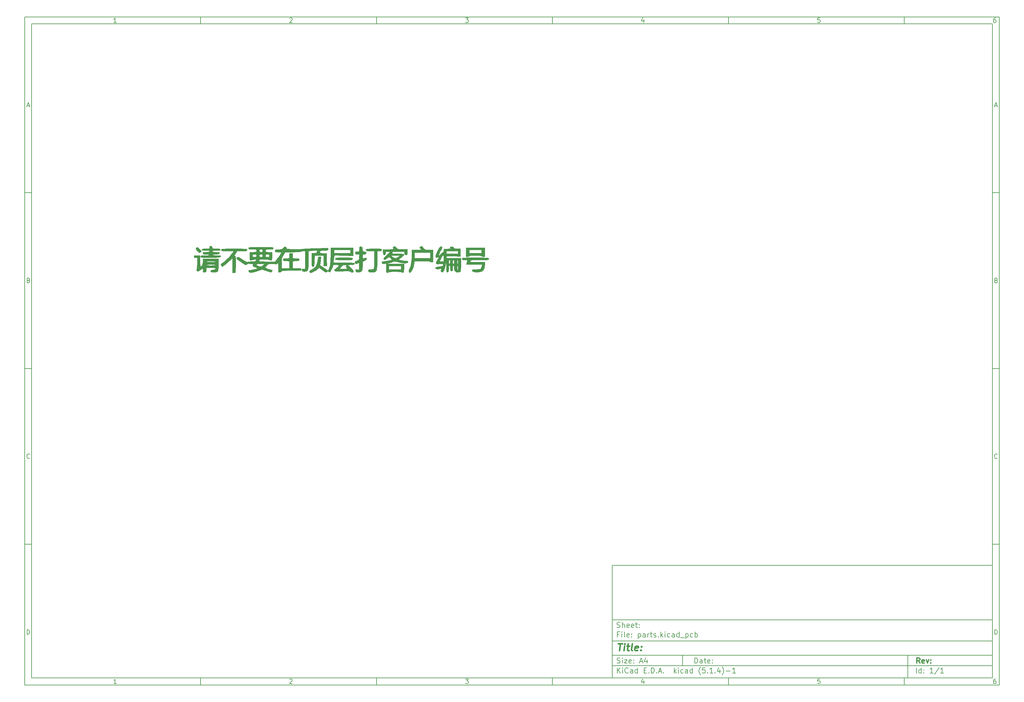
<source format=gto>
G04 #@! TF.GenerationSoftware,KiCad,Pcbnew,(5.1.4)-1*
G04 #@! TF.CreationDate,2020-02-22T21:07:06+08:00*
G04 #@! TF.ProjectId,parts,70617274-732e-46b6-9963-61645f706362,rev?*
G04 #@! TF.SameCoordinates,Original*
G04 #@! TF.FileFunction,Legend,Top*
G04 #@! TF.FilePolarity,Positive*
%FSLAX46Y46*%
G04 Gerber Fmt 4.6, Leading zero omitted, Abs format (unit mm)*
G04 Created by KiCad (PCBNEW (5.1.4)-1) date 2020-02-22 21:07:06*
%MOMM*%
%LPD*%
G04 APERTURE LIST*
%ADD10C,0.150000*%
%ADD11C,0.300000*%
%ADD12C,0.400000*%
%ADD13C,0.010000*%
G04 APERTURE END LIST*
D10*
X177002200Y-166007200D02*
X177002200Y-198007200D01*
X285002200Y-198007200D01*
X285002200Y-166007200D01*
X177002200Y-166007200D01*
X10000000Y-10000000D02*
X10000000Y-200007200D01*
X287002200Y-200007200D01*
X287002200Y-10000000D01*
X10000000Y-10000000D01*
X12000000Y-12000000D02*
X12000000Y-198007200D01*
X285002200Y-198007200D01*
X285002200Y-12000000D01*
X12000000Y-12000000D01*
X60000000Y-12000000D02*
X60000000Y-10000000D01*
X110000000Y-12000000D02*
X110000000Y-10000000D01*
X160000000Y-12000000D02*
X160000000Y-10000000D01*
X210000000Y-12000000D02*
X210000000Y-10000000D01*
X260000000Y-12000000D02*
X260000000Y-10000000D01*
X36065476Y-11588095D02*
X35322619Y-11588095D01*
X35694047Y-11588095D02*
X35694047Y-10288095D01*
X35570238Y-10473809D01*
X35446428Y-10597619D01*
X35322619Y-10659523D01*
X85322619Y-10411904D02*
X85384523Y-10350000D01*
X85508333Y-10288095D01*
X85817857Y-10288095D01*
X85941666Y-10350000D01*
X86003571Y-10411904D01*
X86065476Y-10535714D01*
X86065476Y-10659523D01*
X86003571Y-10845238D01*
X85260714Y-11588095D01*
X86065476Y-11588095D01*
X135260714Y-10288095D02*
X136065476Y-10288095D01*
X135632142Y-10783333D01*
X135817857Y-10783333D01*
X135941666Y-10845238D01*
X136003571Y-10907142D01*
X136065476Y-11030952D01*
X136065476Y-11340476D01*
X136003571Y-11464285D01*
X135941666Y-11526190D01*
X135817857Y-11588095D01*
X135446428Y-11588095D01*
X135322619Y-11526190D01*
X135260714Y-11464285D01*
X185941666Y-10721428D02*
X185941666Y-11588095D01*
X185632142Y-10226190D02*
X185322619Y-11154761D01*
X186127380Y-11154761D01*
X236003571Y-10288095D02*
X235384523Y-10288095D01*
X235322619Y-10907142D01*
X235384523Y-10845238D01*
X235508333Y-10783333D01*
X235817857Y-10783333D01*
X235941666Y-10845238D01*
X236003571Y-10907142D01*
X236065476Y-11030952D01*
X236065476Y-11340476D01*
X236003571Y-11464285D01*
X235941666Y-11526190D01*
X235817857Y-11588095D01*
X235508333Y-11588095D01*
X235384523Y-11526190D01*
X235322619Y-11464285D01*
X285941666Y-10288095D02*
X285694047Y-10288095D01*
X285570238Y-10350000D01*
X285508333Y-10411904D01*
X285384523Y-10597619D01*
X285322619Y-10845238D01*
X285322619Y-11340476D01*
X285384523Y-11464285D01*
X285446428Y-11526190D01*
X285570238Y-11588095D01*
X285817857Y-11588095D01*
X285941666Y-11526190D01*
X286003571Y-11464285D01*
X286065476Y-11340476D01*
X286065476Y-11030952D01*
X286003571Y-10907142D01*
X285941666Y-10845238D01*
X285817857Y-10783333D01*
X285570238Y-10783333D01*
X285446428Y-10845238D01*
X285384523Y-10907142D01*
X285322619Y-11030952D01*
X60000000Y-198007200D02*
X60000000Y-200007200D01*
X110000000Y-198007200D02*
X110000000Y-200007200D01*
X160000000Y-198007200D02*
X160000000Y-200007200D01*
X210000000Y-198007200D02*
X210000000Y-200007200D01*
X260000000Y-198007200D02*
X260000000Y-200007200D01*
X36065476Y-199595295D02*
X35322619Y-199595295D01*
X35694047Y-199595295D02*
X35694047Y-198295295D01*
X35570238Y-198481009D01*
X35446428Y-198604819D01*
X35322619Y-198666723D01*
X85322619Y-198419104D02*
X85384523Y-198357200D01*
X85508333Y-198295295D01*
X85817857Y-198295295D01*
X85941666Y-198357200D01*
X86003571Y-198419104D01*
X86065476Y-198542914D01*
X86065476Y-198666723D01*
X86003571Y-198852438D01*
X85260714Y-199595295D01*
X86065476Y-199595295D01*
X135260714Y-198295295D02*
X136065476Y-198295295D01*
X135632142Y-198790533D01*
X135817857Y-198790533D01*
X135941666Y-198852438D01*
X136003571Y-198914342D01*
X136065476Y-199038152D01*
X136065476Y-199347676D01*
X136003571Y-199471485D01*
X135941666Y-199533390D01*
X135817857Y-199595295D01*
X135446428Y-199595295D01*
X135322619Y-199533390D01*
X135260714Y-199471485D01*
X185941666Y-198728628D02*
X185941666Y-199595295D01*
X185632142Y-198233390D02*
X185322619Y-199161961D01*
X186127380Y-199161961D01*
X236003571Y-198295295D02*
X235384523Y-198295295D01*
X235322619Y-198914342D01*
X235384523Y-198852438D01*
X235508333Y-198790533D01*
X235817857Y-198790533D01*
X235941666Y-198852438D01*
X236003571Y-198914342D01*
X236065476Y-199038152D01*
X236065476Y-199347676D01*
X236003571Y-199471485D01*
X235941666Y-199533390D01*
X235817857Y-199595295D01*
X235508333Y-199595295D01*
X235384523Y-199533390D01*
X235322619Y-199471485D01*
X285941666Y-198295295D02*
X285694047Y-198295295D01*
X285570238Y-198357200D01*
X285508333Y-198419104D01*
X285384523Y-198604819D01*
X285322619Y-198852438D01*
X285322619Y-199347676D01*
X285384523Y-199471485D01*
X285446428Y-199533390D01*
X285570238Y-199595295D01*
X285817857Y-199595295D01*
X285941666Y-199533390D01*
X286003571Y-199471485D01*
X286065476Y-199347676D01*
X286065476Y-199038152D01*
X286003571Y-198914342D01*
X285941666Y-198852438D01*
X285817857Y-198790533D01*
X285570238Y-198790533D01*
X285446428Y-198852438D01*
X285384523Y-198914342D01*
X285322619Y-199038152D01*
X10000000Y-60000000D02*
X12000000Y-60000000D01*
X10000000Y-110000000D02*
X12000000Y-110000000D01*
X10000000Y-160000000D02*
X12000000Y-160000000D01*
X10690476Y-35216666D02*
X11309523Y-35216666D01*
X10566666Y-35588095D02*
X11000000Y-34288095D01*
X11433333Y-35588095D01*
X11092857Y-84907142D02*
X11278571Y-84969047D01*
X11340476Y-85030952D01*
X11402380Y-85154761D01*
X11402380Y-85340476D01*
X11340476Y-85464285D01*
X11278571Y-85526190D01*
X11154761Y-85588095D01*
X10659523Y-85588095D01*
X10659523Y-84288095D01*
X11092857Y-84288095D01*
X11216666Y-84350000D01*
X11278571Y-84411904D01*
X11340476Y-84535714D01*
X11340476Y-84659523D01*
X11278571Y-84783333D01*
X11216666Y-84845238D01*
X11092857Y-84907142D01*
X10659523Y-84907142D01*
X11402380Y-135464285D02*
X11340476Y-135526190D01*
X11154761Y-135588095D01*
X11030952Y-135588095D01*
X10845238Y-135526190D01*
X10721428Y-135402380D01*
X10659523Y-135278571D01*
X10597619Y-135030952D01*
X10597619Y-134845238D01*
X10659523Y-134597619D01*
X10721428Y-134473809D01*
X10845238Y-134350000D01*
X11030952Y-134288095D01*
X11154761Y-134288095D01*
X11340476Y-134350000D01*
X11402380Y-134411904D01*
X10659523Y-185588095D02*
X10659523Y-184288095D01*
X10969047Y-184288095D01*
X11154761Y-184350000D01*
X11278571Y-184473809D01*
X11340476Y-184597619D01*
X11402380Y-184845238D01*
X11402380Y-185030952D01*
X11340476Y-185278571D01*
X11278571Y-185402380D01*
X11154761Y-185526190D01*
X10969047Y-185588095D01*
X10659523Y-185588095D01*
X287002200Y-60000000D02*
X285002200Y-60000000D01*
X287002200Y-110000000D02*
X285002200Y-110000000D01*
X287002200Y-160000000D02*
X285002200Y-160000000D01*
X285692676Y-35216666D02*
X286311723Y-35216666D01*
X285568866Y-35588095D02*
X286002200Y-34288095D01*
X286435533Y-35588095D01*
X286095057Y-84907142D02*
X286280771Y-84969047D01*
X286342676Y-85030952D01*
X286404580Y-85154761D01*
X286404580Y-85340476D01*
X286342676Y-85464285D01*
X286280771Y-85526190D01*
X286156961Y-85588095D01*
X285661723Y-85588095D01*
X285661723Y-84288095D01*
X286095057Y-84288095D01*
X286218866Y-84350000D01*
X286280771Y-84411904D01*
X286342676Y-84535714D01*
X286342676Y-84659523D01*
X286280771Y-84783333D01*
X286218866Y-84845238D01*
X286095057Y-84907142D01*
X285661723Y-84907142D01*
X286404580Y-135464285D02*
X286342676Y-135526190D01*
X286156961Y-135588095D01*
X286033152Y-135588095D01*
X285847438Y-135526190D01*
X285723628Y-135402380D01*
X285661723Y-135278571D01*
X285599819Y-135030952D01*
X285599819Y-134845238D01*
X285661723Y-134597619D01*
X285723628Y-134473809D01*
X285847438Y-134350000D01*
X286033152Y-134288095D01*
X286156961Y-134288095D01*
X286342676Y-134350000D01*
X286404580Y-134411904D01*
X285661723Y-185588095D02*
X285661723Y-184288095D01*
X285971247Y-184288095D01*
X286156961Y-184350000D01*
X286280771Y-184473809D01*
X286342676Y-184597619D01*
X286404580Y-184845238D01*
X286404580Y-185030952D01*
X286342676Y-185278571D01*
X286280771Y-185402380D01*
X286156961Y-185526190D01*
X285971247Y-185588095D01*
X285661723Y-185588095D01*
X200434342Y-193785771D02*
X200434342Y-192285771D01*
X200791485Y-192285771D01*
X201005771Y-192357200D01*
X201148628Y-192500057D01*
X201220057Y-192642914D01*
X201291485Y-192928628D01*
X201291485Y-193142914D01*
X201220057Y-193428628D01*
X201148628Y-193571485D01*
X201005771Y-193714342D01*
X200791485Y-193785771D01*
X200434342Y-193785771D01*
X202577200Y-193785771D02*
X202577200Y-193000057D01*
X202505771Y-192857200D01*
X202362914Y-192785771D01*
X202077200Y-192785771D01*
X201934342Y-192857200D01*
X202577200Y-193714342D02*
X202434342Y-193785771D01*
X202077200Y-193785771D01*
X201934342Y-193714342D01*
X201862914Y-193571485D01*
X201862914Y-193428628D01*
X201934342Y-193285771D01*
X202077200Y-193214342D01*
X202434342Y-193214342D01*
X202577200Y-193142914D01*
X203077200Y-192785771D02*
X203648628Y-192785771D01*
X203291485Y-192285771D02*
X203291485Y-193571485D01*
X203362914Y-193714342D01*
X203505771Y-193785771D01*
X203648628Y-193785771D01*
X204720057Y-193714342D02*
X204577200Y-193785771D01*
X204291485Y-193785771D01*
X204148628Y-193714342D01*
X204077200Y-193571485D01*
X204077200Y-193000057D01*
X204148628Y-192857200D01*
X204291485Y-192785771D01*
X204577200Y-192785771D01*
X204720057Y-192857200D01*
X204791485Y-193000057D01*
X204791485Y-193142914D01*
X204077200Y-193285771D01*
X205434342Y-193642914D02*
X205505771Y-193714342D01*
X205434342Y-193785771D01*
X205362914Y-193714342D01*
X205434342Y-193642914D01*
X205434342Y-193785771D01*
X205434342Y-192857200D02*
X205505771Y-192928628D01*
X205434342Y-193000057D01*
X205362914Y-192928628D01*
X205434342Y-192857200D01*
X205434342Y-193000057D01*
X177002200Y-194507200D02*
X285002200Y-194507200D01*
X178434342Y-196585771D02*
X178434342Y-195085771D01*
X179291485Y-196585771D02*
X178648628Y-195728628D01*
X179291485Y-195085771D02*
X178434342Y-195942914D01*
X179934342Y-196585771D02*
X179934342Y-195585771D01*
X179934342Y-195085771D02*
X179862914Y-195157200D01*
X179934342Y-195228628D01*
X180005771Y-195157200D01*
X179934342Y-195085771D01*
X179934342Y-195228628D01*
X181505771Y-196442914D02*
X181434342Y-196514342D01*
X181220057Y-196585771D01*
X181077200Y-196585771D01*
X180862914Y-196514342D01*
X180720057Y-196371485D01*
X180648628Y-196228628D01*
X180577200Y-195942914D01*
X180577200Y-195728628D01*
X180648628Y-195442914D01*
X180720057Y-195300057D01*
X180862914Y-195157200D01*
X181077200Y-195085771D01*
X181220057Y-195085771D01*
X181434342Y-195157200D01*
X181505771Y-195228628D01*
X182791485Y-196585771D02*
X182791485Y-195800057D01*
X182720057Y-195657200D01*
X182577200Y-195585771D01*
X182291485Y-195585771D01*
X182148628Y-195657200D01*
X182791485Y-196514342D02*
X182648628Y-196585771D01*
X182291485Y-196585771D01*
X182148628Y-196514342D01*
X182077200Y-196371485D01*
X182077200Y-196228628D01*
X182148628Y-196085771D01*
X182291485Y-196014342D01*
X182648628Y-196014342D01*
X182791485Y-195942914D01*
X184148628Y-196585771D02*
X184148628Y-195085771D01*
X184148628Y-196514342D02*
X184005771Y-196585771D01*
X183720057Y-196585771D01*
X183577200Y-196514342D01*
X183505771Y-196442914D01*
X183434342Y-196300057D01*
X183434342Y-195871485D01*
X183505771Y-195728628D01*
X183577200Y-195657200D01*
X183720057Y-195585771D01*
X184005771Y-195585771D01*
X184148628Y-195657200D01*
X186005771Y-195800057D02*
X186505771Y-195800057D01*
X186720057Y-196585771D02*
X186005771Y-196585771D01*
X186005771Y-195085771D01*
X186720057Y-195085771D01*
X187362914Y-196442914D02*
X187434342Y-196514342D01*
X187362914Y-196585771D01*
X187291485Y-196514342D01*
X187362914Y-196442914D01*
X187362914Y-196585771D01*
X188077200Y-196585771D02*
X188077200Y-195085771D01*
X188434342Y-195085771D01*
X188648628Y-195157200D01*
X188791485Y-195300057D01*
X188862914Y-195442914D01*
X188934342Y-195728628D01*
X188934342Y-195942914D01*
X188862914Y-196228628D01*
X188791485Y-196371485D01*
X188648628Y-196514342D01*
X188434342Y-196585771D01*
X188077200Y-196585771D01*
X189577200Y-196442914D02*
X189648628Y-196514342D01*
X189577200Y-196585771D01*
X189505771Y-196514342D01*
X189577200Y-196442914D01*
X189577200Y-196585771D01*
X190220057Y-196157200D02*
X190934342Y-196157200D01*
X190077200Y-196585771D02*
X190577200Y-195085771D01*
X191077200Y-196585771D01*
X191577200Y-196442914D02*
X191648628Y-196514342D01*
X191577200Y-196585771D01*
X191505771Y-196514342D01*
X191577200Y-196442914D01*
X191577200Y-196585771D01*
X194577200Y-196585771D02*
X194577200Y-195085771D01*
X194720057Y-196014342D02*
X195148628Y-196585771D01*
X195148628Y-195585771D02*
X194577200Y-196157200D01*
X195791485Y-196585771D02*
X195791485Y-195585771D01*
X195791485Y-195085771D02*
X195720057Y-195157200D01*
X195791485Y-195228628D01*
X195862914Y-195157200D01*
X195791485Y-195085771D01*
X195791485Y-195228628D01*
X197148628Y-196514342D02*
X197005771Y-196585771D01*
X196720057Y-196585771D01*
X196577200Y-196514342D01*
X196505771Y-196442914D01*
X196434342Y-196300057D01*
X196434342Y-195871485D01*
X196505771Y-195728628D01*
X196577200Y-195657200D01*
X196720057Y-195585771D01*
X197005771Y-195585771D01*
X197148628Y-195657200D01*
X198434342Y-196585771D02*
X198434342Y-195800057D01*
X198362914Y-195657200D01*
X198220057Y-195585771D01*
X197934342Y-195585771D01*
X197791485Y-195657200D01*
X198434342Y-196514342D02*
X198291485Y-196585771D01*
X197934342Y-196585771D01*
X197791485Y-196514342D01*
X197720057Y-196371485D01*
X197720057Y-196228628D01*
X197791485Y-196085771D01*
X197934342Y-196014342D01*
X198291485Y-196014342D01*
X198434342Y-195942914D01*
X199791485Y-196585771D02*
X199791485Y-195085771D01*
X199791485Y-196514342D02*
X199648628Y-196585771D01*
X199362914Y-196585771D01*
X199220057Y-196514342D01*
X199148628Y-196442914D01*
X199077200Y-196300057D01*
X199077200Y-195871485D01*
X199148628Y-195728628D01*
X199220057Y-195657200D01*
X199362914Y-195585771D01*
X199648628Y-195585771D01*
X199791485Y-195657200D01*
X202077200Y-197157200D02*
X202005771Y-197085771D01*
X201862914Y-196871485D01*
X201791485Y-196728628D01*
X201720057Y-196514342D01*
X201648628Y-196157200D01*
X201648628Y-195871485D01*
X201720057Y-195514342D01*
X201791485Y-195300057D01*
X201862914Y-195157200D01*
X202005771Y-194942914D01*
X202077200Y-194871485D01*
X203362914Y-195085771D02*
X202648628Y-195085771D01*
X202577200Y-195800057D01*
X202648628Y-195728628D01*
X202791485Y-195657200D01*
X203148628Y-195657200D01*
X203291485Y-195728628D01*
X203362914Y-195800057D01*
X203434342Y-195942914D01*
X203434342Y-196300057D01*
X203362914Y-196442914D01*
X203291485Y-196514342D01*
X203148628Y-196585771D01*
X202791485Y-196585771D01*
X202648628Y-196514342D01*
X202577200Y-196442914D01*
X204077200Y-196442914D02*
X204148628Y-196514342D01*
X204077200Y-196585771D01*
X204005771Y-196514342D01*
X204077200Y-196442914D01*
X204077200Y-196585771D01*
X205577200Y-196585771D02*
X204720057Y-196585771D01*
X205148628Y-196585771D02*
X205148628Y-195085771D01*
X205005771Y-195300057D01*
X204862914Y-195442914D01*
X204720057Y-195514342D01*
X206220057Y-196442914D02*
X206291485Y-196514342D01*
X206220057Y-196585771D01*
X206148628Y-196514342D01*
X206220057Y-196442914D01*
X206220057Y-196585771D01*
X207577200Y-195585771D02*
X207577200Y-196585771D01*
X207220057Y-195014342D02*
X206862914Y-196085771D01*
X207791485Y-196085771D01*
X208220057Y-197157200D02*
X208291485Y-197085771D01*
X208434342Y-196871485D01*
X208505771Y-196728628D01*
X208577200Y-196514342D01*
X208648628Y-196157200D01*
X208648628Y-195871485D01*
X208577200Y-195514342D01*
X208505771Y-195300057D01*
X208434342Y-195157200D01*
X208291485Y-194942914D01*
X208220057Y-194871485D01*
X209362914Y-196014342D02*
X210505771Y-196014342D01*
X212005771Y-196585771D02*
X211148628Y-196585771D01*
X211577200Y-196585771D02*
X211577200Y-195085771D01*
X211434342Y-195300057D01*
X211291485Y-195442914D01*
X211148628Y-195514342D01*
X177002200Y-191507200D02*
X285002200Y-191507200D01*
D11*
X264411485Y-193785771D02*
X263911485Y-193071485D01*
X263554342Y-193785771D02*
X263554342Y-192285771D01*
X264125771Y-192285771D01*
X264268628Y-192357200D01*
X264340057Y-192428628D01*
X264411485Y-192571485D01*
X264411485Y-192785771D01*
X264340057Y-192928628D01*
X264268628Y-193000057D01*
X264125771Y-193071485D01*
X263554342Y-193071485D01*
X265625771Y-193714342D02*
X265482914Y-193785771D01*
X265197200Y-193785771D01*
X265054342Y-193714342D01*
X264982914Y-193571485D01*
X264982914Y-193000057D01*
X265054342Y-192857200D01*
X265197200Y-192785771D01*
X265482914Y-192785771D01*
X265625771Y-192857200D01*
X265697200Y-193000057D01*
X265697200Y-193142914D01*
X264982914Y-193285771D01*
X266197200Y-192785771D02*
X266554342Y-193785771D01*
X266911485Y-192785771D01*
X267482914Y-193642914D02*
X267554342Y-193714342D01*
X267482914Y-193785771D01*
X267411485Y-193714342D01*
X267482914Y-193642914D01*
X267482914Y-193785771D01*
X267482914Y-192857200D02*
X267554342Y-192928628D01*
X267482914Y-193000057D01*
X267411485Y-192928628D01*
X267482914Y-192857200D01*
X267482914Y-193000057D01*
D10*
X178362914Y-193714342D02*
X178577200Y-193785771D01*
X178934342Y-193785771D01*
X179077200Y-193714342D01*
X179148628Y-193642914D01*
X179220057Y-193500057D01*
X179220057Y-193357200D01*
X179148628Y-193214342D01*
X179077200Y-193142914D01*
X178934342Y-193071485D01*
X178648628Y-193000057D01*
X178505771Y-192928628D01*
X178434342Y-192857200D01*
X178362914Y-192714342D01*
X178362914Y-192571485D01*
X178434342Y-192428628D01*
X178505771Y-192357200D01*
X178648628Y-192285771D01*
X179005771Y-192285771D01*
X179220057Y-192357200D01*
X179862914Y-193785771D02*
X179862914Y-192785771D01*
X179862914Y-192285771D02*
X179791485Y-192357200D01*
X179862914Y-192428628D01*
X179934342Y-192357200D01*
X179862914Y-192285771D01*
X179862914Y-192428628D01*
X180434342Y-192785771D02*
X181220057Y-192785771D01*
X180434342Y-193785771D01*
X181220057Y-193785771D01*
X182362914Y-193714342D02*
X182220057Y-193785771D01*
X181934342Y-193785771D01*
X181791485Y-193714342D01*
X181720057Y-193571485D01*
X181720057Y-193000057D01*
X181791485Y-192857200D01*
X181934342Y-192785771D01*
X182220057Y-192785771D01*
X182362914Y-192857200D01*
X182434342Y-193000057D01*
X182434342Y-193142914D01*
X181720057Y-193285771D01*
X183077200Y-193642914D02*
X183148628Y-193714342D01*
X183077200Y-193785771D01*
X183005771Y-193714342D01*
X183077200Y-193642914D01*
X183077200Y-193785771D01*
X183077200Y-192857200D02*
X183148628Y-192928628D01*
X183077200Y-193000057D01*
X183005771Y-192928628D01*
X183077200Y-192857200D01*
X183077200Y-193000057D01*
X184862914Y-193357200D02*
X185577200Y-193357200D01*
X184720057Y-193785771D02*
X185220057Y-192285771D01*
X185720057Y-193785771D01*
X186862914Y-192785771D02*
X186862914Y-193785771D01*
X186505771Y-192214342D02*
X186148628Y-193285771D01*
X187077200Y-193285771D01*
X263434342Y-196585771D02*
X263434342Y-195085771D01*
X264791485Y-196585771D02*
X264791485Y-195085771D01*
X264791485Y-196514342D02*
X264648628Y-196585771D01*
X264362914Y-196585771D01*
X264220057Y-196514342D01*
X264148628Y-196442914D01*
X264077200Y-196300057D01*
X264077200Y-195871485D01*
X264148628Y-195728628D01*
X264220057Y-195657200D01*
X264362914Y-195585771D01*
X264648628Y-195585771D01*
X264791485Y-195657200D01*
X265505771Y-196442914D02*
X265577200Y-196514342D01*
X265505771Y-196585771D01*
X265434342Y-196514342D01*
X265505771Y-196442914D01*
X265505771Y-196585771D01*
X265505771Y-195657200D02*
X265577200Y-195728628D01*
X265505771Y-195800057D01*
X265434342Y-195728628D01*
X265505771Y-195657200D01*
X265505771Y-195800057D01*
X268148628Y-196585771D02*
X267291485Y-196585771D01*
X267720057Y-196585771D02*
X267720057Y-195085771D01*
X267577200Y-195300057D01*
X267434342Y-195442914D01*
X267291485Y-195514342D01*
X269862914Y-195014342D02*
X268577200Y-196942914D01*
X271148628Y-196585771D02*
X270291485Y-196585771D01*
X270720057Y-196585771D02*
X270720057Y-195085771D01*
X270577200Y-195300057D01*
X270434342Y-195442914D01*
X270291485Y-195514342D01*
X177002200Y-187507200D02*
X285002200Y-187507200D01*
D12*
X178714580Y-188211961D02*
X179857438Y-188211961D01*
X179036009Y-190211961D02*
X179286009Y-188211961D01*
X180274104Y-190211961D02*
X180440771Y-188878628D01*
X180524104Y-188211961D02*
X180416961Y-188307200D01*
X180500295Y-188402438D01*
X180607438Y-188307200D01*
X180524104Y-188211961D01*
X180500295Y-188402438D01*
X181107438Y-188878628D02*
X181869342Y-188878628D01*
X181476485Y-188211961D02*
X181262200Y-189926247D01*
X181333628Y-190116723D01*
X181512200Y-190211961D01*
X181702676Y-190211961D01*
X182655057Y-190211961D02*
X182476485Y-190116723D01*
X182405057Y-189926247D01*
X182619342Y-188211961D01*
X184190771Y-190116723D02*
X183988390Y-190211961D01*
X183607438Y-190211961D01*
X183428866Y-190116723D01*
X183357438Y-189926247D01*
X183452676Y-189164342D01*
X183571723Y-188973866D01*
X183774104Y-188878628D01*
X184155057Y-188878628D01*
X184333628Y-188973866D01*
X184405057Y-189164342D01*
X184381247Y-189354819D01*
X183405057Y-189545295D01*
X185155057Y-190021485D02*
X185238390Y-190116723D01*
X185131247Y-190211961D01*
X185047914Y-190116723D01*
X185155057Y-190021485D01*
X185131247Y-190211961D01*
X185286009Y-188973866D02*
X185369342Y-189069104D01*
X185262200Y-189164342D01*
X185178866Y-189069104D01*
X185286009Y-188973866D01*
X185262200Y-189164342D01*
D10*
X178934342Y-185600057D02*
X178434342Y-185600057D01*
X178434342Y-186385771D02*
X178434342Y-184885771D01*
X179148628Y-184885771D01*
X179720057Y-186385771D02*
X179720057Y-185385771D01*
X179720057Y-184885771D02*
X179648628Y-184957200D01*
X179720057Y-185028628D01*
X179791485Y-184957200D01*
X179720057Y-184885771D01*
X179720057Y-185028628D01*
X180648628Y-186385771D02*
X180505771Y-186314342D01*
X180434342Y-186171485D01*
X180434342Y-184885771D01*
X181791485Y-186314342D02*
X181648628Y-186385771D01*
X181362914Y-186385771D01*
X181220057Y-186314342D01*
X181148628Y-186171485D01*
X181148628Y-185600057D01*
X181220057Y-185457200D01*
X181362914Y-185385771D01*
X181648628Y-185385771D01*
X181791485Y-185457200D01*
X181862914Y-185600057D01*
X181862914Y-185742914D01*
X181148628Y-185885771D01*
X182505771Y-186242914D02*
X182577200Y-186314342D01*
X182505771Y-186385771D01*
X182434342Y-186314342D01*
X182505771Y-186242914D01*
X182505771Y-186385771D01*
X182505771Y-185457200D02*
X182577200Y-185528628D01*
X182505771Y-185600057D01*
X182434342Y-185528628D01*
X182505771Y-185457200D01*
X182505771Y-185600057D01*
X184362914Y-185385771D02*
X184362914Y-186885771D01*
X184362914Y-185457200D02*
X184505771Y-185385771D01*
X184791485Y-185385771D01*
X184934342Y-185457200D01*
X185005771Y-185528628D01*
X185077200Y-185671485D01*
X185077200Y-186100057D01*
X185005771Y-186242914D01*
X184934342Y-186314342D01*
X184791485Y-186385771D01*
X184505771Y-186385771D01*
X184362914Y-186314342D01*
X186362914Y-186385771D02*
X186362914Y-185600057D01*
X186291485Y-185457200D01*
X186148628Y-185385771D01*
X185862914Y-185385771D01*
X185720057Y-185457200D01*
X186362914Y-186314342D02*
X186220057Y-186385771D01*
X185862914Y-186385771D01*
X185720057Y-186314342D01*
X185648628Y-186171485D01*
X185648628Y-186028628D01*
X185720057Y-185885771D01*
X185862914Y-185814342D01*
X186220057Y-185814342D01*
X186362914Y-185742914D01*
X187077200Y-186385771D02*
X187077200Y-185385771D01*
X187077200Y-185671485D02*
X187148628Y-185528628D01*
X187220057Y-185457200D01*
X187362914Y-185385771D01*
X187505771Y-185385771D01*
X187791485Y-185385771D02*
X188362914Y-185385771D01*
X188005771Y-184885771D02*
X188005771Y-186171485D01*
X188077200Y-186314342D01*
X188220057Y-186385771D01*
X188362914Y-186385771D01*
X188791485Y-186314342D02*
X188934342Y-186385771D01*
X189220057Y-186385771D01*
X189362914Y-186314342D01*
X189434342Y-186171485D01*
X189434342Y-186100057D01*
X189362914Y-185957200D01*
X189220057Y-185885771D01*
X189005771Y-185885771D01*
X188862914Y-185814342D01*
X188791485Y-185671485D01*
X188791485Y-185600057D01*
X188862914Y-185457200D01*
X189005771Y-185385771D01*
X189220057Y-185385771D01*
X189362914Y-185457200D01*
X190077200Y-186242914D02*
X190148628Y-186314342D01*
X190077200Y-186385771D01*
X190005771Y-186314342D01*
X190077200Y-186242914D01*
X190077200Y-186385771D01*
X190791485Y-186385771D02*
X190791485Y-184885771D01*
X190934342Y-185814342D02*
X191362914Y-186385771D01*
X191362914Y-185385771D02*
X190791485Y-185957200D01*
X192005771Y-186385771D02*
X192005771Y-185385771D01*
X192005771Y-184885771D02*
X191934342Y-184957200D01*
X192005771Y-185028628D01*
X192077200Y-184957200D01*
X192005771Y-184885771D01*
X192005771Y-185028628D01*
X193362914Y-186314342D02*
X193220057Y-186385771D01*
X192934342Y-186385771D01*
X192791485Y-186314342D01*
X192720057Y-186242914D01*
X192648628Y-186100057D01*
X192648628Y-185671485D01*
X192720057Y-185528628D01*
X192791485Y-185457200D01*
X192934342Y-185385771D01*
X193220057Y-185385771D01*
X193362914Y-185457200D01*
X194648628Y-186385771D02*
X194648628Y-185600057D01*
X194577200Y-185457200D01*
X194434342Y-185385771D01*
X194148628Y-185385771D01*
X194005771Y-185457200D01*
X194648628Y-186314342D02*
X194505771Y-186385771D01*
X194148628Y-186385771D01*
X194005771Y-186314342D01*
X193934342Y-186171485D01*
X193934342Y-186028628D01*
X194005771Y-185885771D01*
X194148628Y-185814342D01*
X194505771Y-185814342D01*
X194648628Y-185742914D01*
X196005771Y-186385771D02*
X196005771Y-184885771D01*
X196005771Y-186314342D02*
X195862914Y-186385771D01*
X195577200Y-186385771D01*
X195434342Y-186314342D01*
X195362914Y-186242914D01*
X195291485Y-186100057D01*
X195291485Y-185671485D01*
X195362914Y-185528628D01*
X195434342Y-185457200D01*
X195577200Y-185385771D01*
X195862914Y-185385771D01*
X196005771Y-185457200D01*
X196362914Y-186528628D02*
X197505771Y-186528628D01*
X197862914Y-185385771D02*
X197862914Y-186885771D01*
X197862914Y-185457200D02*
X198005771Y-185385771D01*
X198291485Y-185385771D01*
X198434342Y-185457200D01*
X198505771Y-185528628D01*
X198577200Y-185671485D01*
X198577200Y-186100057D01*
X198505771Y-186242914D01*
X198434342Y-186314342D01*
X198291485Y-186385771D01*
X198005771Y-186385771D01*
X197862914Y-186314342D01*
X199862914Y-186314342D02*
X199720057Y-186385771D01*
X199434342Y-186385771D01*
X199291485Y-186314342D01*
X199220057Y-186242914D01*
X199148628Y-186100057D01*
X199148628Y-185671485D01*
X199220057Y-185528628D01*
X199291485Y-185457200D01*
X199434342Y-185385771D01*
X199720057Y-185385771D01*
X199862914Y-185457200D01*
X200505771Y-186385771D02*
X200505771Y-184885771D01*
X200505771Y-185457200D02*
X200648628Y-185385771D01*
X200934342Y-185385771D01*
X201077200Y-185457200D01*
X201148628Y-185528628D01*
X201220057Y-185671485D01*
X201220057Y-186100057D01*
X201148628Y-186242914D01*
X201077200Y-186314342D01*
X200934342Y-186385771D01*
X200648628Y-186385771D01*
X200505771Y-186314342D01*
X177002200Y-181507200D02*
X285002200Y-181507200D01*
X178362914Y-183614342D02*
X178577200Y-183685771D01*
X178934342Y-183685771D01*
X179077200Y-183614342D01*
X179148628Y-183542914D01*
X179220057Y-183400057D01*
X179220057Y-183257200D01*
X179148628Y-183114342D01*
X179077200Y-183042914D01*
X178934342Y-182971485D01*
X178648628Y-182900057D01*
X178505771Y-182828628D01*
X178434342Y-182757200D01*
X178362914Y-182614342D01*
X178362914Y-182471485D01*
X178434342Y-182328628D01*
X178505771Y-182257200D01*
X178648628Y-182185771D01*
X179005771Y-182185771D01*
X179220057Y-182257200D01*
X179862914Y-183685771D02*
X179862914Y-182185771D01*
X180505771Y-183685771D02*
X180505771Y-182900057D01*
X180434342Y-182757200D01*
X180291485Y-182685771D01*
X180077200Y-182685771D01*
X179934342Y-182757200D01*
X179862914Y-182828628D01*
X181791485Y-183614342D02*
X181648628Y-183685771D01*
X181362914Y-183685771D01*
X181220057Y-183614342D01*
X181148628Y-183471485D01*
X181148628Y-182900057D01*
X181220057Y-182757200D01*
X181362914Y-182685771D01*
X181648628Y-182685771D01*
X181791485Y-182757200D01*
X181862914Y-182900057D01*
X181862914Y-183042914D01*
X181148628Y-183185771D01*
X183077200Y-183614342D02*
X182934342Y-183685771D01*
X182648628Y-183685771D01*
X182505771Y-183614342D01*
X182434342Y-183471485D01*
X182434342Y-182900057D01*
X182505771Y-182757200D01*
X182648628Y-182685771D01*
X182934342Y-182685771D01*
X183077200Y-182757200D01*
X183148628Y-182900057D01*
X183148628Y-183042914D01*
X182434342Y-183185771D01*
X183577200Y-182685771D02*
X184148628Y-182685771D01*
X183791485Y-182185771D02*
X183791485Y-183471485D01*
X183862914Y-183614342D01*
X184005771Y-183685771D01*
X184148628Y-183685771D01*
X184648628Y-183542914D02*
X184720057Y-183614342D01*
X184648628Y-183685771D01*
X184577200Y-183614342D01*
X184648628Y-183542914D01*
X184648628Y-183685771D01*
X184648628Y-182757200D02*
X184720057Y-182828628D01*
X184648628Y-182900057D01*
X184577200Y-182828628D01*
X184648628Y-182757200D01*
X184648628Y-182900057D01*
X197002200Y-191507200D02*
X197002200Y-194507200D01*
X261002200Y-191507200D02*
X261002200Y-198007200D01*
D13*
G36*
X59104211Y-75516612D02*
G01*
X59354741Y-75701597D01*
X59669710Y-76000224D01*
X60024958Y-76362382D01*
X60175248Y-76581066D01*
X60151344Y-76725503D01*
X60037154Y-76827081D01*
X59741165Y-76987724D01*
X59481034Y-76952073D01*
X59175727Y-76691646D01*
X58966106Y-76450601D01*
X58692520Y-76099662D01*
X58608542Y-75887081D01*
X58690496Y-75716020D01*
X58766758Y-75635206D01*
X58933843Y-75504841D01*
X59104211Y-75516612D01*
X59104211Y-75516612D01*
G37*
X59104211Y-75516612D02*
X59354741Y-75701597D01*
X59669710Y-76000224D01*
X60024958Y-76362382D01*
X60175248Y-76581066D01*
X60151344Y-76725503D01*
X60037154Y-76827081D01*
X59741165Y-76987724D01*
X59481034Y-76952073D01*
X59175727Y-76691646D01*
X58966106Y-76450601D01*
X58692520Y-76099662D01*
X58608542Y-75887081D01*
X58690496Y-75716020D01*
X58766758Y-75635206D01*
X58933843Y-75504841D01*
X59104211Y-75516612D01*
G36*
X140786250Y-78138750D02*
G01*
X140310000Y-78138750D01*
X139975609Y-78092767D01*
X139833786Y-77981975D01*
X139833750Y-77980000D01*
X139681951Y-77908370D01*
X139253602Y-77855953D01*
X138589271Y-77826435D01*
X138087500Y-77821250D01*
X137299580Y-77835049D01*
X136722987Y-77873990D01*
X136398290Y-77934384D01*
X136341250Y-77980000D01*
X136203301Y-78091463D01*
X135870925Y-78138737D01*
X135865000Y-78138750D01*
X135388750Y-78138750D01*
X135388750Y-76233750D01*
X136341250Y-76233750D01*
X136341250Y-77186250D01*
X139833750Y-77186250D01*
X139833750Y-76233750D01*
X136341250Y-76233750D01*
X135388750Y-76233750D01*
X135388750Y-75598750D01*
X140786250Y-75598750D01*
X140786250Y-78138750D01*
X140786250Y-78138750D01*
G37*
X140786250Y-78138750D02*
X140310000Y-78138750D01*
X139975609Y-78092767D01*
X139833786Y-77981975D01*
X139833750Y-77980000D01*
X139681951Y-77908370D01*
X139253602Y-77855953D01*
X138589271Y-77826435D01*
X138087500Y-77821250D01*
X137299580Y-77835049D01*
X136722987Y-77873990D01*
X136398290Y-77934384D01*
X136341250Y-77980000D01*
X136203301Y-78091463D01*
X135870925Y-78138737D01*
X135865000Y-78138750D01*
X135388750Y-78138750D01*
X135388750Y-76233750D01*
X136341250Y-76233750D01*
X136341250Y-77186250D01*
X139833750Y-77186250D01*
X139833750Y-76233750D01*
X136341250Y-76233750D01*
X135388750Y-76233750D01*
X135388750Y-75598750D01*
X140786250Y-75598750D01*
X140786250Y-78138750D01*
G36*
X62879687Y-75151146D02*
G01*
X63200624Y-75331924D01*
X63287603Y-75559062D01*
X63339454Y-75747240D01*
X63476245Y-75854466D01*
X63770449Y-75903231D01*
X64294542Y-75916027D01*
X64438541Y-75916250D01*
X65038872Y-75930493D01*
X65381153Y-75981666D01*
X65523906Y-76082436D01*
X65538750Y-76154375D01*
X65473397Y-76283752D01*
X65238412Y-76357798D01*
X64775398Y-76389028D01*
X64427500Y-76392500D01*
X63823739Y-76406504D01*
X63478188Y-76456858D01*
X63332451Y-76556075D01*
X63316250Y-76630625D01*
X63384579Y-76763548D01*
X63628981Y-76837768D01*
X64108578Y-76866775D01*
X64359765Y-76868750D01*
X64921270Y-76879075D01*
X65229708Y-76922037D01*
X65349173Y-77015608D01*
X65350358Y-77146562D01*
X65256540Y-77307802D01*
X65005727Y-77404911D01*
X64529338Y-77459252D01*
X64306843Y-77471637D01*
X63693830Y-77526807D01*
X63384392Y-77606887D01*
X63367540Y-77693722D01*
X63632281Y-77769161D01*
X64167625Y-77815049D01*
X64518515Y-77821250D01*
X65130793Y-77829371D01*
X65486627Y-77863547D01*
X65646869Y-77938490D01*
X65672373Y-78068917D01*
X65667419Y-78099062D01*
X65620286Y-78201354D01*
X65494392Y-78276789D01*
X65245322Y-78330536D01*
X64828658Y-78367764D01*
X64199987Y-78393641D01*
X63314891Y-78413335D01*
X62907732Y-78420182D01*
X62011006Y-78428308D01*
X61226762Y-78423617D01*
X60609260Y-78407384D01*
X60212763Y-78380882D01*
X60091952Y-78354036D01*
X59988720Y-78109318D01*
X59982500Y-78032916D01*
X60069199Y-77920773D01*
X60359689Y-77853765D01*
X60899562Y-77824295D01*
X61252500Y-77821250D01*
X61881435Y-77802683D01*
X62323400Y-77751995D01*
X62518266Y-77676701D01*
X62522500Y-77662500D01*
X62377901Y-77577940D01*
X62000157Y-77520612D01*
X61570000Y-77503750D01*
X61038009Y-77492165D01*
X60750549Y-77441275D01*
X60635011Y-77326876D01*
X60617500Y-77186250D01*
X60652254Y-77008919D01*
X60804924Y-76913099D01*
X61148120Y-76874587D01*
X61570000Y-76868750D01*
X62123073Y-76850462D01*
X62420016Y-76785633D01*
X62520621Y-76659316D01*
X62522500Y-76630625D01*
X62457147Y-76501247D01*
X62222162Y-76427201D01*
X61759148Y-76395971D01*
X61411250Y-76392500D01*
X60807489Y-76378495D01*
X60461938Y-76328141D01*
X60316201Y-76228924D01*
X60300000Y-76154375D01*
X60365352Y-76024997D01*
X60600337Y-75950951D01*
X61063351Y-75919721D01*
X61411250Y-75916250D01*
X61991688Y-75910714D01*
X62323867Y-75877167D01*
X62477016Y-75790194D01*
X62520365Y-75624383D01*
X62522500Y-75508333D01*
X62574324Y-75211002D01*
X62783532Y-75141147D01*
X62879687Y-75151146D01*
X62879687Y-75151146D01*
G37*
X62879687Y-75151146D02*
X63200624Y-75331924D01*
X63287603Y-75559062D01*
X63339454Y-75747240D01*
X63476245Y-75854466D01*
X63770449Y-75903231D01*
X64294542Y-75916027D01*
X64438541Y-75916250D01*
X65038872Y-75930493D01*
X65381153Y-75981666D01*
X65523906Y-76082436D01*
X65538750Y-76154375D01*
X65473397Y-76283752D01*
X65238412Y-76357798D01*
X64775398Y-76389028D01*
X64427500Y-76392500D01*
X63823739Y-76406504D01*
X63478188Y-76456858D01*
X63332451Y-76556075D01*
X63316250Y-76630625D01*
X63384579Y-76763548D01*
X63628981Y-76837768D01*
X64108578Y-76866775D01*
X64359765Y-76868750D01*
X64921270Y-76879075D01*
X65229708Y-76922037D01*
X65349173Y-77015608D01*
X65350358Y-77146562D01*
X65256540Y-77307802D01*
X65005727Y-77404911D01*
X64529338Y-77459252D01*
X64306843Y-77471637D01*
X63693830Y-77526807D01*
X63384392Y-77606887D01*
X63367540Y-77693722D01*
X63632281Y-77769161D01*
X64167625Y-77815049D01*
X64518515Y-77821250D01*
X65130793Y-77829371D01*
X65486627Y-77863547D01*
X65646869Y-77938490D01*
X65672373Y-78068917D01*
X65667419Y-78099062D01*
X65620286Y-78201354D01*
X65494392Y-78276789D01*
X65245322Y-78330536D01*
X64828658Y-78367764D01*
X64199987Y-78393641D01*
X63314891Y-78413335D01*
X62907732Y-78420182D01*
X62011006Y-78428308D01*
X61226762Y-78423617D01*
X60609260Y-78407384D01*
X60212763Y-78380882D01*
X60091952Y-78354036D01*
X59988720Y-78109318D01*
X59982500Y-78032916D01*
X60069199Y-77920773D01*
X60359689Y-77853765D01*
X60899562Y-77824295D01*
X61252500Y-77821250D01*
X61881435Y-77802683D01*
X62323400Y-77751995D01*
X62518266Y-77676701D01*
X62522500Y-77662500D01*
X62377901Y-77577940D01*
X62000157Y-77520612D01*
X61570000Y-77503750D01*
X61038009Y-77492165D01*
X60750549Y-77441275D01*
X60635011Y-77326876D01*
X60617500Y-77186250D01*
X60652254Y-77008919D01*
X60804924Y-76913099D01*
X61148120Y-76874587D01*
X61570000Y-76868750D01*
X62123073Y-76850462D01*
X62420016Y-76785633D01*
X62520621Y-76659316D01*
X62522500Y-76630625D01*
X62457147Y-76501247D01*
X62222162Y-76427201D01*
X61759148Y-76395971D01*
X61411250Y-76392500D01*
X60807489Y-76378495D01*
X60461938Y-76328141D01*
X60316201Y-76228924D01*
X60300000Y-76154375D01*
X60365352Y-76024997D01*
X60600337Y-75950951D01*
X61063351Y-75919721D01*
X61411250Y-75916250D01*
X61991688Y-75910714D01*
X62323867Y-75877167D01*
X62477016Y-75790194D01*
X62520365Y-75624383D01*
X62522500Y-75508333D01*
X62574324Y-75211002D01*
X62783532Y-75141147D01*
X62879687Y-75151146D01*
G36*
X101634478Y-78458211D02*
G01*
X102295996Y-78468090D01*
X102732839Y-78491872D01*
X102991415Y-78535547D01*
X103118133Y-78605103D01*
X103159402Y-78706529D01*
X103162500Y-78773750D01*
X103147294Y-78894085D01*
X103070739Y-78979443D01*
X102886424Y-79035809D01*
X102547942Y-79069174D01*
X102008882Y-79085525D01*
X101222835Y-79090850D01*
X100701875Y-79091250D01*
X99769271Y-79089288D01*
X99107753Y-79079409D01*
X98670910Y-79055627D01*
X98412334Y-79011952D01*
X98285616Y-78942396D01*
X98244347Y-78840970D01*
X98241250Y-78773750D01*
X98256455Y-78653414D01*
X98333010Y-78568056D01*
X98517325Y-78511690D01*
X98855807Y-78478325D01*
X99394867Y-78461974D01*
X100180914Y-78456649D01*
X100701875Y-78456250D01*
X101634478Y-78458211D01*
X101634478Y-78458211D01*
G37*
X101634478Y-78458211D02*
X102295996Y-78468090D01*
X102732839Y-78491872D01*
X102991415Y-78535547D01*
X103118133Y-78605103D01*
X103159402Y-78706529D01*
X103162500Y-78773750D01*
X103147294Y-78894085D01*
X103070739Y-78979443D01*
X102886424Y-79035809D01*
X102547942Y-79069174D01*
X102008882Y-79085525D01*
X101222835Y-79090850D01*
X100701875Y-79091250D01*
X99769271Y-79089288D01*
X99107753Y-79079409D01*
X98670910Y-79055627D01*
X98412334Y-79011952D01*
X98285616Y-78942396D01*
X98244347Y-78840970D01*
X98241250Y-78773750D01*
X98256455Y-78653414D01*
X98333010Y-78568056D01*
X98517325Y-78511690D01*
X98855807Y-78478325D01*
X99394867Y-78461974D01*
X100180914Y-78456649D01*
X100701875Y-78456250D01*
X101634478Y-78458211D01*
G36*
X115251722Y-75264173D02*
G01*
X115522064Y-75523866D01*
X115582449Y-75590696D01*
X115810170Y-75826289D01*
X116030593Y-75969652D01*
X116328024Y-76043644D01*
X116786766Y-76071129D01*
X117368387Y-76075000D01*
X118720000Y-76075000D01*
X118720000Y-76868750D01*
X118707132Y-77339832D01*
X118641465Y-77574844D01*
X118482400Y-77654980D01*
X118323125Y-77662500D01*
X118039489Y-77611242D01*
X117935727Y-77393352D01*
X117926250Y-77186250D01*
X117926250Y-76710000D01*
X116153541Y-76710000D01*
X115458947Y-76718620D01*
X114911147Y-76742030D01*
X114568829Y-76776556D01*
X114485289Y-76814456D01*
X114489741Y-77005341D01*
X114412934Y-77131956D01*
X114384042Y-77225937D01*
X114511493Y-77288411D01*
X114838452Y-77325163D01*
X115408086Y-77341982D01*
X116001811Y-77345000D01*
X116812893Y-77354083D01*
X117348958Y-77384645D01*
X117652061Y-77441648D01*
X117764257Y-77530056D01*
X117767500Y-77553424D01*
X117646577Y-77804390D01*
X117330289Y-78159371D01*
X116888355Y-78547638D01*
X116529271Y-78809582D01*
X116164168Y-79052856D01*
X116529271Y-79139393D01*
X116874422Y-79200249D01*
X117412683Y-79273192D01*
X117961859Y-79335397D01*
X118522860Y-79400664D01*
X118825072Y-79468292D01*
X118926319Y-79564344D01*
X118884426Y-79714882D01*
X118869086Y-79744307D01*
X118589218Y-79969037D01*
X118065677Y-80038374D01*
X117286993Y-79952315D01*
X116365081Y-79743712D01*
X115766850Y-79593521D01*
X115352494Y-79526797D01*
X114999550Y-79543566D01*
X114585553Y-79643854D01*
X114256814Y-79744154D01*
X113571801Y-79929449D01*
X112851654Y-80081950D01*
X112458085Y-80142571D01*
X111953338Y-80184199D01*
X111675554Y-80146865D01*
X111540611Y-80015111D01*
X111521151Y-79970394D01*
X111433259Y-79720313D01*
X111417500Y-79655671D01*
X111561869Y-79611407D01*
X111944775Y-79533959D01*
X112490917Y-79438227D01*
X112638912Y-79414025D01*
X113436269Y-79280182D01*
X113953077Y-79171512D01*
X114223068Y-79068092D01*
X114279974Y-78949997D01*
X114157527Y-78797304D01*
X113953825Y-78637385D01*
X113462490Y-78274125D01*
X112901529Y-78701990D01*
X112539805Y-78956748D01*
X112320262Y-79026053D01*
X112145144Y-78932383D01*
X112097577Y-78886863D01*
X112002700Y-78748985D01*
X112025767Y-78586228D01*
X112199984Y-78346565D01*
X112558560Y-77977972D01*
X112709905Y-77832668D01*
X114036875Y-77832668D01*
X114513125Y-78223045D01*
X114969562Y-78523225D01*
X115381428Y-78584006D01*
X115848906Y-78405087D01*
X116145898Y-78218125D01*
X116729952Y-77821250D01*
X115383413Y-77826959D01*
X114036875Y-77832668D01*
X112709905Y-77832668D01*
X112866355Y-77682463D01*
X113878125Y-76721057D01*
X113203437Y-76715528D01*
X112780199Y-76727561D01*
X112585637Y-76815126D01*
X112531164Y-77041477D01*
X112528750Y-77197291D01*
X112493368Y-77535545D01*
X112341519Y-77643725D01*
X112171562Y-77633853D01*
X111948281Y-77559421D01*
X111843272Y-77360517D01*
X111814666Y-76947460D01*
X111814375Y-76868750D01*
X111814375Y-76154375D01*
X113376709Y-76108763D01*
X114087000Y-76083149D01*
X114528002Y-76049585D01*
X114747912Y-75997581D01*
X114794932Y-75916646D01*
X114732076Y-75813772D01*
X114617917Y-75592486D01*
X114755197Y-75398178D01*
X114836617Y-75335392D01*
X115057479Y-75213069D01*
X115251722Y-75264173D01*
X115251722Y-75264173D01*
G37*
X115251722Y-75264173D02*
X115522064Y-75523866D01*
X115582449Y-75590696D01*
X115810170Y-75826289D01*
X116030593Y-75969652D01*
X116328024Y-76043644D01*
X116786766Y-76071129D01*
X117368387Y-76075000D01*
X118720000Y-76075000D01*
X118720000Y-76868750D01*
X118707132Y-77339832D01*
X118641465Y-77574844D01*
X118482400Y-77654980D01*
X118323125Y-77662500D01*
X118039489Y-77611242D01*
X117935727Y-77393352D01*
X117926250Y-77186250D01*
X117926250Y-76710000D01*
X116153541Y-76710000D01*
X115458947Y-76718620D01*
X114911147Y-76742030D01*
X114568829Y-76776556D01*
X114485289Y-76814456D01*
X114489741Y-77005341D01*
X114412934Y-77131956D01*
X114384042Y-77225937D01*
X114511493Y-77288411D01*
X114838452Y-77325163D01*
X115408086Y-77341982D01*
X116001811Y-77345000D01*
X116812893Y-77354083D01*
X117348958Y-77384645D01*
X117652061Y-77441648D01*
X117764257Y-77530056D01*
X117767500Y-77553424D01*
X117646577Y-77804390D01*
X117330289Y-78159371D01*
X116888355Y-78547638D01*
X116529271Y-78809582D01*
X116164168Y-79052856D01*
X116529271Y-79139393D01*
X116874422Y-79200249D01*
X117412683Y-79273192D01*
X117961859Y-79335397D01*
X118522860Y-79400664D01*
X118825072Y-79468292D01*
X118926319Y-79564344D01*
X118884426Y-79714882D01*
X118869086Y-79744307D01*
X118589218Y-79969037D01*
X118065677Y-80038374D01*
X117286993Y-79952315D01*
X116365081Y-79743712D01*
X115766850Y-79593521D01*
X115352494Y-79526797D01*
X114999550Y-79543566D01*
X114585553Y-79643854D01*
X114256814Y-79744154D01*
X113571801Y-79929449D01*
X112851654Y-80081950D01*
X112458085Y-80142571D01*
X111953338Y-80184199D01*
X111675554Y-80146865D01*
X111540611Y-80015111D01*
X111521151Y-79970394D01*
X111433259Y-79720313D01*
X111417500Y-79655671D01*
X111561869Y-79611407D01*
X111944775Y-79533959D01*
X112490917Y-79438227D01*
X112638912Y-79414025D01*
X113436269Y-79280182D01*
X113953077Y-79171512D01*
X114223068Y-79068092D01*
X114279974Y-78949997D01*
X114157527Y-78797304D01*
X113953825Y-78637385D01*
X113462490Y-78274125D01*
X112901529Y-78701990D01*
X112539805Y-78956748D01*
X112320262Y-79026053D01*
X112145144Y-78932383D01*
X112097577Y-78886863D01*
X112002700Y-78748985D01*
X112025767Y-78586228D01*
X112199984Y-78346565D01*
X112558560Y-77977972D01*
X112709905Y-77832668D01*
X114036875Y-77832668D01*
X114513125Y-78223045D01*
X114969562Y-78523225D01*
X115381428Y-78584006D01*
X115848906Y-78405087D01*
X116145898Y-78218125D01*
X116729952Y-77821250D01*
X115383413Y-77826959D01*
X114036875Y-77832668D01*
X112709905Y-77832668D01*
X112866355Y-77682463D01*
X113878125Y-76721057D01*
X113203437Y-76715528D01*
X112780199Y-76727561D01*
X112585637Y-76815126D01*
X112531164Y-77041477D01*
X112528750Y-77197291D01*
X112493368Y-77535545D01*
X112341519Y-77643725D01*
X112171562Y-77633853D01*
X111948281Y-77559421D01*
X111843272Y-77360517D01*
X111814666Y-76947460D01*
X111814375Y-76868750D01*
X111814375Y-76154375D01*
X113376709Y-76108763D01*
X114087000Y-76083149D01*
X114528002Y-76049585D01*
X114747912Y-75997581D01*
X114794932Y-75916646D01*
X114732076Y-75813772D01*
X114617917Y-75592486D01*
X114755197Y-75398178D01*
X114836617Y-75335392D01*
X115057479Y-75213069D01*
X115251722Y-75264173D01*
G36*
X139282565Y-78457158D02*
G01*
X140197501Y-78461958D01*
X140869678Y-78473765D01*
X141336466Y-78495693D01*
X141635234Y-78530855D01*
X141803354Y-78582367D01*
X141878193Y-78653341D01*
X141897123Y-78746893D01*
X141897500Y-78773750D01*
X141882941Y-78891274D01*
X141809162Y-78975553D01*
X141631004Y-79032099D01*
X141303310Y-79066424D01*
X140780923Y-79084041D01*
X140018685Y-79090463D01*
X139296640Y-79091250D01*
X138332024Y-79093280D01*
X137638261Y-79103048D01*
X137168715Y-79126073D01*
X136876745Y-79167870D01*
X136715714Y-79233958D01*
X136638983Y-79329853D01*
X136612752Y-79408750D01*
X136593925Y-79536527D01*
X136647917Y-79624448D01*
X136822618Y-79679945D01*
X137165914Y-79710452D01*
X137725694Y-79723405D01*
X138549848Y-79726237D01*
X138657987Y-79726250D01*
X140786250Y-79726250D01*
X140786250Y-80416935D01*
X140702067Y-81295419D01*
X140443969Y-81921217D01*
X140003628Y-82312543D01*
X139896741Y-82362701D01*
X139426928Y-82491055D01*
X138835258Y-82562360D01*
X138224934Y-82575391D01*
X137699159Y-82528922D01*
X137361135Y-82421725D01*
X137325500Y-82393250D01*
X137124704Y-82121940D01*
X137174374Y-81939188D01*
X137493904Y-81833066D01*
X138102685Y-81791644D01*
X138306186Y-81790000D01*
X138987480Y-81771565D01*
X139422402Y-81689562D01*
X139681210Y-81503939D01*
X139834160Y-81174643D01*
X139907407Y-80877187D01*
X140017727Y-80361250D01*
X135510486Y-80361250D01*
X135587953Y-80004062D01*
X135703999Y-79584549D01*
X135782194Y-79369062D01*
X135813089Y-79205414D01*
X135684232Y-79122093D01*
X135331164Y-79093296D01*
X135088234Y-79091250D01*
X134605949Y-79075240D01*
X134362993Y-79006999D01*
X134281949Y-78856210D01*
X134277500Y-78773750D01*
X134288397Y-78674161D01*
X134346002Y-78597916D01*
X134487686Y-78541901D01*
X134750818Y-78503002D01*
X135172767Y-78478105D01*
X135790905Y-78464095D01*
X136642600Y-78457858D01*
X137765223Y-78456281D01*
X138087500Y-78456250D01*
X139282565Y-78457158D01*
X139282565Y-78457158D01*
G37*
X139282565Y-78457158D02*
X140197501Y-78461958D01*
X140869678Y-78473765D01*
X141336466Y-78495693D01*
X141635234Y-78530855D01*
X141803354Y-78582367D01*
X141878193Y-78653341D01*
X141897123Y-78746893D01*
X141897500Y-78773750D01*
X141882941Y-78891274D01*
X141809162Y-78975553D01*
X141631004Y-79032099D01*
X141303310Y-79066424D01*
X140780923Y-79084041D01*
X140018685Y-79090463D01*
X139296640Y-79091250D01*
X138332024Y-79093280D01*
X137638261Y-79103048D01*
X137168715Y-79126073D01*
X136876745Y-79167870D01*
X136715714Y-79233958D01*
X136638983Y-79329853D01*
X136612752Y-79408750D01*
X136593925Y-79536527D01*
X136647917Y-79624448D01*
X136822618Y-79679945D01*
X137165914Y-79710452D01*
X137725694Y-79723405D01*
X138549848Y-79726237D01*
X138657987Y-79726250D01*
X140786250Y-79726250D01*
X140786250Y-80416935D01*
X140702067Y-81295419D01*
X140443969Y-81921217D01*
X140003628Y-82312543D01*
X139896741Y-82362701D01*
X139426928Y-82491055D01*
X138835258Y-82562360D01*
X138224934Y-82575391D01*
X137699159Y-82528922D01*
X137361135Y-82421725D01*
X137325500Y-82393250D01*
X137124704Y-82121940D01*
X137174374Y-81939188D01*
X137493904Y-81833066D01*
X138102685Y-81791644D01*
X138306186Y-81790000D01*
X138987480Y-81771565D01*
X139422402Y-81689562D01*
X139681210Y-81503939D01*
X139834160Y-81174643D01*
X139907407Y-80877187D01*
X140017727Y-80361250D01*
X135510486Y-80361250D01*
X135587953Y-80004062D01*
X135703999Y-79584549D01*
X135782194Y-79369062D01*
X135813089Y-79205414D01*
X135684232Y-79122093D01*
X135331164Y-79093296D01*
X135088234Y-79091250D01*
X134605949Y-79075240D01*
X134362993Y-79006999D01*
X134281949Y-78856210D01*
X134277500Y-78773750D01*
X134288397Y-78674161D01*
X134346002Y-78597916D01*
X134487686Y-78541901D01*
X134750818Y-78503002D01*
X135172767Y-78478105D01*
X135790905Y-78464095D01*
X136642600Y-78457858D01*
X137765223Y-78456281D01*
X138087500Y-78456250D01*
X139282565Y-78457158D01*
G36*
X128529657Y-75416342D02*
G01*
X128603794Y-75553575D01*
X128544454Y-75827756D01*
X128336049Y-76290834D01*
X128172470Y-76606817D01*
X127865559Y-77190307D01*
X127692278Y-77548582D01*
X127636808Y-77736555D01*
X127683332Y-77809139D01*
X127816031Y-77821246D01*
X127822643Y-77821250D01*
X128038717Y-77691463D01*
X128216114Y-77424375D01*
X128461953Y-77119645D01*
X128707788Y-77027500D01*
X128942360Y-76940577D01*
X129053846Y-76631849D01*
X129063583Y-76551250D01*
X129832500Y-76551250D01*
X129832500Y-77345000D01*
X133166250Y-77345000D01*
X133166250Y-76551250D01*
X129832500Y-76551250D01*
X129063583Y-76551250D01*
X129068379Y-76511562D01*
X129118125Y-75995625D01*
X130123186Y-75948028D01*
X130663002Y-75911691D01*
X130936925Y-75856643D01*
X130996558Y-75765799D01*
X130942614Y-75676756D01*
X130864620Y-75500013D01*
X131041249Y-75385889D01*
X131178655Y-75347247D01*
X131555398Y-75332965D01*
X131826258Y-75564151D01*
X131836666Y-75578832D01*
X132045845Y-75784697D01*
X132364475Y-75886980D01*
X132891954Y-75916157D01*
X132937126Y-75916249D01*
X133801250Y-75916250D01*
X133801250Y-78073797D01*
X131816875Y-78007734D01*
X130994798Y-77982504D01*
X130438254Y-77976244D01*
X130095497Y-77996009D01*
X129914782Y-78048857D01*
X129844365Y-78141843D01*
X129832500Y-78278335D01*
X129846441Y-78415635D01*
X129922099Y-78509421D01*
X130110224Y-78567971D01*
X130461566Y-78599564D01*
X131026877Y-78612480D01*
X131856906Y-78614998D01*
X131896250Y-78615000D01*
X133960000Y-78615000D01*
X133960000Y-80348266D01*
X133951507Y-81079863D01*
X133928533Y-81708752D01*
X133894833Y-82157598D01*
X133863640Y-82332641D01*
X133678547Y-82478690D01*
X133334252Y-82567639D01*
X132949388Y-82591262D01*
X132642589Y-82541338D01*
X132531250Y-82425000D01*
X132402669Y-82284160D01*
X132293125Y-82266250D01*
X132143377Y-82181275D01*
X132070237Y-81887073D01*
X132055000Y-81472500D01*
X132046893Y-81313750D01*
X132848750Y-81313750D01*
X132883958Y-81711388D01*
X132971914Y-81932557D01*
X133007500Y-81948750D01*
X133106909Y-81807914D01*
X133162201Y-81456091D01*
X133166250Y-81313750D01*
X133131041Y-80916111D01*
X133043085Y-80694942D01*
X133007500Y-80678750D01*
X132908090Y-80819585D01*
X132852798Y-81171408D01*
X132848750Y-81313750D01*
X132046893Y-81313750D01*
X132029507Y-80973340D01*
X131941247Y-80729542D01*
X131816875Y-80678750D01*
X131667127Y-80763724D01*
X131593987Y-81057926D01*
X131578750Y-81472500D01*
X131562033Y-81948594D01*
X131491081Y-82186040D01*
X131334687Y-82262853D01*
X131261250Y-82266250D01*
X131070812Y-82224459D01*
X130975833Y-82047079D01*
X130945108Y-81656093D01*
X130943750Y-81472500D01*
X130918257Y-80973340D01*
X130829997Y-80729542D01*
X130705625Y-80678750D01*
X130567356Y-80751900D01*
X130493120Y-81011214D01*
X130467969Y-81516484D01*
X130467500Y-81631250D01*
X130455915Y-82163240D01*
X130405025Y-82450700D01*
X130290626Y-82566238D01*
X130150000Y-82583750D01*
X130000548Y-82559789D01*
X129906062Y-82448177D01*
X129853114Y-82189312D01*
X129828278Y-81723596D01*
X129819195Y-81115312D01*
X129805890Y-79646875D01*
X130467500Y-79646875D01*
X130519137Y-80057824D01*
X130683937Y-80201495D01*
X130705625Y-80202500D01*
X130881746Y-80082013D01*
X130943319Y-79697479D01*
X130943750Y-79646875D01*
X131578750Y-79646875D01*
X131630387Y-80057824D01*
X131795187Y-80201495D01*
X131816875Y-80202500D01*
X131992996Y-80082013D01*
X132054569Y-79697479D01*
X132055000Y-79646875D01*
X132848750Y-79646875D01*
X132888622Y-80014126D01*
X132986666Y-80197701D01*
X133007500Y-80202500D01*
X133112428Y-80062946D01*
X133164878Y-79719793D01*
X133166250Y-79646875D01*
X133126377Y-79279623D01*
X133028333Y-79096048D01*
X133007500Y-79091250D01*
X132902571Y-79230803D01*
X132850121Y-79573956D01*
X132848750Y-79646875D01*
X132055000Y-79646875D01*
X132003362Y-79235925D01*
X131838562Y-79092254D01*
X131816875Y-79091250D01*
X131640753Y-79211736D01*
X131579180Y-79596270D01*
X131578750Y-79646875D01*
X130943750Y-79646875D01*
X130892112Y-79235925D01*
X130727312Y-79092254D01*
X130705625Y-79091250D01*
X130529503Y-79211736D01*
X130467930Y-79596270D01*
X130467500Y-79646875D01*
X129805890Y-79646875D01*
X129612955Y-80520000D01*
X129423049Y-81220811D01*
X129192187Y-81838817D01*
X128951415Y-82307099D01*
X128731777Y-82558737D01*
X128655536Y-82583750D01*
X128383357Y-82481320D01*
X128287107Y-82403607D01*
X128200452Y-82183594D01*
X128346307Y-81858230D01*
X128352751Y-81848347D01*
X128501400Y-81599376D01*
X128453903Y-81520829D01*
X128158217Y-81565048D01*
X128064581Y-81584458D01*
X127356196Y-81693062D01*
X126911351Y-81663992D01*
X126706366Y-81494896D01*
X126692876Y-81448231D01*
X126738266Y-81264422D01*
X127004505Y-81143487D01*
X127323516Y-81082546D01*
X128035082Y-80970000D01*
X128489222Y-80877577D01*
X128743220Y-80783406D01*
X128854363Y-80665616D01*
X128879934Y-80502337D01*
X128880000Y-80488306D01*
X128853065Y-80311601D01*
X128723790Y-80223626D01*
X128419464Y-80205316D01*
X127911616Y-80234385D01*
X127293889Y-80250739D01*
X126954175Y-80163856D01*
X126871702Y-79935537D01*
X127025695Y-79527582D01*
X127049884Y-79485720D01*
X127927500Y-79485720D01*
X128067246Y-79539806D01*
X128410808Y-79566805D01*
X128483125Y-79567500D01*
X129038750Y-79567500D01*
X129038750Y-78615000D01*
X129029022Y-78112550D01*
X129003739Y-77767402D01*
X128974529Y-77662500D01*
X128872459Y-77787749D01*
X128672826Y-78103777D01*
X128427073Y-78520998D01*
X128186646Y-78949830D01*
X128002992Y-79300689D01*
X127927554Y-79483991D01*
X127927500Y-79485720D01*
X127049884Y-79485720D01*
X127284086Y-79080409D01*
X127783304Y-78269076D01*
X127319905Y-78370855D01*
X126964855Y-78394386D01*
X126787491Y-78253335D01*
X126787627Y-77922762D01*
X126965076Y-77377725D01*
X127306870Y-76619655D01*
X127646651Y-75948157D01*
X127905262Y-75533019D01*
X128121087Y-75336467D01*
X128332509Y-75320729D01*
X128529657Y-75416342D01*
X128529657Y-75416342D01*
G37*
X128529657Y-75416342D02*
X128603794Y-75553575D01*
X128544454Y-75827756D01*
X128336049Y-76290834D01*
X128172470Y-76606817D01*
X127865559Y-77190307D01*
X127692278Y-77548582D01*
X127636808Y-77736555D01*
X127683332Y-77809139D01*
X127816031Y-77821246D01*
X127822643Y-77821250D01*
X128038717Y-77691463D01*
X128216114Y-77424375D01*
X128461953Y-77119645D01*
X128707788Y-77027500D01*
X128942360Y-76940577D01*
X129053846Y-76631849D01*
X129063583Y-76551250D01*
X129832500Y-76551250D01*
X129832500Y-77345000D01*
X133166250Y-77345000D01*
X133166250Y-76551250D01*
X129832500Y-76551250D01*
X129063583Y-76551250D01*
X129068379Y-76511562D01*
X129118125Y-75995625D01*
X130123186Y-75948028D01*
X130663002Y-75911691D01*
X130936925Y-75856643D01*
X130996558Y-75765799D01*
X130942614Y-75676756D01*
X130864620Y-75500013D01*
X131041249Y-75385889D01*
X131178655Y-75347247D01*
X131555398Y-75332965D01*
X131826258Y-75564151D01*
X131836666Y-75578832D01*
X132045845Y-75784697D01*
X132364475Y-75886980D01*
X132891954Y-75916157D01*
X132937126Y-75916249D01*
X133801250Y-75916250D01*
X133801250Y-78073797D01*
X131816875Y-78007734D01*
X130994798Y-77982504D01*
X130438254Y-77976244D01*
X130095497Y-77996009D01*
X129914782Y-78048857D01*
X129844365Y-78141843D01*
X129832500Y-78278335D01*
X129846441Y-78415635D01*
X129922099Y-78509421D01*
X130110224Y-78567971D01*
X130461566Y-78599564D01*
X131026877Y-78612480D01*
X131856906Y-78614998D01*
X131896250Y-78615000D01*
X133960000Y-78615000D01*
X133960000Y-80348266D01*
X133951507Y-81079863D01*
X133928533Y-81708752D01*
X133894833Y-82157598D01*
X133863640Y-82332641D01*
X133678547Y-82478690D01*
X133334252Y-82567639D01*
X132949388Y-82591262D01*
X132642589Y-82541338D01*
X132531250Y-82425000D01*
X132402669Y-82284160D01*
X132293125Y-82266250D01*
X132143377Y-82181275D01*
X132070237Y-81887073D01*
X132055000Y-81472500D01*
X132046893Y-81313750D01*
X132848750Y-81313750D01*
X132883958Y-81711388D01*
X132971914Y-81932557D01*
X133007500Y-81948750D01*
X133106909Y-81807914D01*
X133162201Y-81456091D01*
X133166250Y-81313750D01*
X133131041Y-80916111D01*
X133043085Y-80694942D01*
X133007500Y-80678750D01*
X132908090Y-80819585D01*
X132852798Y-81171408D01*
X132848750Y-81313750D01*
X132046893Y-81313750D01*
X132029507Y-80973340D01*
X131941247Y-80729542D01*
X131816875Y-80678750D01*
X131667127Y-80763724D01*
X131593987Y-81057926D01*
X131578750Y-81472500D01*
X131562033Y-81948594D01*
X131491081Y-82186040D01*
X131334687Y-82262853D01*
X131261250Y-82266250D01*
X131070812Y-82224459D01*
X130975833Y-82047079D01*
X130945108Y-81656093D01*
X130943750Y-81472500D01*
X130918257Y-80973340D01*
X130829997Y-80729542D01*
X130705625Y-80678750D01*
X130567356Y-80751900D01*
X130493120Y-81011214D01*
X130467969Y-81516484D01*
X130467500Y-81631250D01*
X130455915Y-82163240D01*
X130405025Y-82450700D01*
X130290626Y-82566238D01*
X130150000Y-82583750D01*
X130000548Y-82559789D01*
X129906062Y-82448177D01*
X129853114Y-82189312D01*
X129828278Y-81723596D01*
X129819195Y-81115312D01*
X129805890Y-79646875D01*
X130467500Y-79646875D01*
X130519137Y-80057824D01*
X130683937Y-80201495D01*
X130705625Y-80202500D01*
X130881746Y-80082013D01*
X130943319Y-79697479D01*
X130943750Y-79646875D01*
X131578750Y-79646875D01*
X131630387Y-80057824D01*
X131795187Y-80201495D01*
X131816875Y-80202500D01*
X131992996Y-80082013D01*
X132054569Y-79697479D01*
X132055000Y-79646875D01*
X132848750Y-79646875D01*
X132888622Y-80014126D01*
X132986666Y-80197701D01*
X133007500Y-80202500D01*
X133112428Y-80062946D01*
X133164878Y-79719793D01*
X133166250Y-79646875D01*
X133126377Y-79279623D01*
X133028333Y-79096048D01*
X133007500Y-79091250D01*
X132902571Y-79230803D01*
X132850121Y-79573956D01*
X132848750Y-79646875D01*
X132055000Y-79646875D01*
X132003362Y-79235925D01*
X131838562Y-79092254D01*
X131816875Y-79091250D01*
X131640753Y-79211736D01*
X131579180Y-79596270D01*
X131578750Y-79646875D01*
X130943750Y-79646875D01*
X130892112Y-79235925D01*
X130727312Y-79092254D01*
X130705625Y-79091250D01*
X130529503Y-79211736D01*
X130467930Y-79596270D01*
X130467500Y-79646875D01*
X129805890Y-79646875D01*
X129612955Y-80520000D01*
X129423049Y-81220811D01*
X129192187Y-81838817D01*
X128951415Y-82307099D01*
X128731777Y-82558737D01*
X128655536Y-82583750D01*
X128383357Y-82481320D01*
X128287107Y-82403607D01*
X128200452Y-82183594D01*
X128346307Y-81858230D01*
X128352751Y-81848347D01*
X128501400Y-81599376D01*
X128453903Y-81520829D01*
X128158217Y-81565048D01*
X128064581Y-81584458D01*
X127356196Y-81693062D01*
X126911351Y-81663992D01*
X126706366Y-81494896D01*
X126692876Y-81448231D01*
X126738266Y-81264422D01*
X127004505Y-81143487D01*
X127323516Y-81082546D01*
X128035082Y-80970000D01*
X128489222Y-80877577D01*
X128743220Y-80783406D01*
X128854363Y-80665616D01*
X128879934Y-80502337D01*
X128880000Y-80488306D01*
X128853065Y-80311601D01*
X128723790Y-80223626D01*
X128419464Y-80205316D01*
X127911616Y-80234385D01*
X127293889Y-80250739D01*
X126954175Y-80163856D01*
X126871702Y-79935537D01*
X127025695Y-79527582D01*
X127049884Y-79485720D01*
X127927500Y-79485720D01*
X128067246Y-79539806D01*
X128410808Y-79566805D01*
X128483125Y-79567500D01*
X129038750Y-79567500D01*
X129038750Y-78615000D01*
X129029022Y-78112550D01*
X129003739Y-77767402D01*
X128974529Y-77662500D01*
X128872459Y-77787749D01*
X128672826Y-78103777D01*
X128427073Y-78520998D01*
X128186646Y-78949830D01*
X128002992Y-79300689D01*
X127927554Y-79483991D01*
X127927500Y-79485720D01*
X127049884Y-79485720D01*
X127284086Y-79080409D01*
X127783304Y-78269076D01*
X127319905Y-78370855D01*
X126964855Y-78394386D01*
X126787491Y-78253335D01*
X126787627Y-77922762D01*
X126965076Y-77377725D01*
X127306870Y-76619655D01*
X127646651Y-75948157D01*
X127905262Y-75533019D01*
X128121087Y-75336467D01*
X128332509Y-75320729D01*
X128529657Y-75416342D01*
G36*
X110074478Y-75918605D02*
G01*
X110685257Y-75930318D01*
X111076130Y-75958358D01*
X111295890Y-76009697D01*
X111393328Y-76091304D01*
X111417237Y-76210151D01*
X111417500Y-76233750D01*
X111364249Y-76441470D01*
X111149020Y-76533274D01*
X110782500Y-76551250D01*
X110147500Y-76551250D01*
X110147500Y-79250000D01*
X110141794Y-80358756D01*
X110112854Y-81189964D01*
X110042944Y-81783526D01*
X109914331Y-82179345D01*
X109709278Y-82417326D01*
X109410051Y-82537371D01*
X108998916Y-82579384D01*
X108665833Y-82583750D01*
X108171782Y-82565346D01*
X107817406Y-82518131D01*
X107713333Y-82477916D01*
X107622415Y-82244471D01*
X107607500Y-82081041D01*
X107659580Y-81903464D01*
X107866246Y-81815991D01*
X108303134Y-81790283D01*
X108384265Y-81790000D01*
X108916046Y-81753580D01*
X109195323Y-81633243D01*
X109257390Y-81538891D01*
X109291386Y-81297229D01*
X109320122Y-80801155D01*
X109341277Y-80113741D01*
X109352532Y-79298061D01*
X109353750Y-78919516D01*
X109353750Y-76551250D01*
X108163125Y-76551250D01*
X107554373Y-76543751D01*
X107197193Y-76509557D01*
X107025790Y-76431122D01*
X106974367Y-76290902D01*
X106972500Y-76233750D01*
X106988987Y-76108110D01*
X107070976Y-76020856D01*
X107267261Y-75965017D01*
X107626632Y-75933622D01*
X108197884Y-75919703D01*
X109029808Y-75916287D01*
X109195000Y-75916250D01*
X110074478Y-75918605D01*
X110074478Y-75918605D01*
G37*
X110074478Y-75918605D02*
X110685257Y-75930318D01*
X111076130Y-75958358D01*
X111295890Y-76009697D01*
X111393328Y-76091304D01*
X111417237Y-76210151D01*
X111417500Y-76233750D01*
X111364249Y-76441470D01*
X111149020Y-76533274D01*
X110782500Y-76551250D01*
X110147500Y-76551250D01*
X110147500Y-79250000D01*
X110141794Y-80358756D01*
X110112854Y-81189964D01*
X110042944Y-81783526D01*
X109914331Y-82179345D01*
X109709278Y-82417326D01*
X109410051Y-82537371D01*
X108998916Y-82579384D01*
X108665833Y-82583750D01*
X108171782Y-82565346D01*
X107817406Y-82518131D01*
X107713333Y-82477916D01*
X107622415Y-82244471D01*
X107607500Y-82081041D01*
X107659580Y-81903464D01*
X107866246Y-81815991D01*
X108303134Y-81790283D01*
X108384265Y-81790000D01*
X108916046Y-81753580D01*
X109195323Y-81633243D01*
X109257390Y-81538891D01*
X109291386Y-81297229D01*
X109320122Y-80801155D01*
X109341277Y-80113741D01*
X109352532Y-79298061D01*
X109353750Y-78919516D01*
X109353750Y-76551250D01*
X108163125Y-76551250D01*
X107554373Y-76543751D01*
X107197193Y-76509557D01*
X107025790Y-76431122D01*
X106974367Y-76290902D01*
X106972500Y-76233750D01*
X106988987Y-76108110D01*
X107070976Y-76020856D01*
X107267261Y-75965017D01*
X107626632Y-75933622D01*
X108197884Y-75919703D01*
X109029808Y-75916287D01*
X109195000Y-75916250D01*
X110074478Y-75918605D01*
G36*
X105504062Y-75310392D02*
G01*
X105785186Y-75379231D01*
X105923570Y-75563179D01*
X105983767Y-75957488D01*
X105988980Y-76025900D01*
X106040519Y-76449178D01*
X106162702Y-76651112D01*
X106430299Y-76727835D01*
X106544605Y-76740275D01*
X106914656Y-76829171D01*
X107047172Y-77032167D01*
X107051875Y-77106875D01*
X106968830Y-77344840D01*
X106669639Y-77457608D01*
X106535937Y-77474120D01*
X106201945Y-77532347D01*
X106055788Y-77686257D01*
X106020520Y-78035887D01*
X106020000Y-78144878D01*
X106033529Y-78539342D01*
X106114030Y-78684930D01*
X106321377Y-78650186D01*
X106427209Y-78611070D01*
X106853128Y-78477713D01*
X107065359Y-78510252D01*
X107130136Y-78724755D01*
X107131250Y-78781850D01*
X106989779Y-79090337D01*
X106575625Y-79339605D01*
X106020000Y-79571760D01*
X106020000Y-80724932D01*
X105984185Y-81535570D01*
X105857036Y-82080581D01*
X105608989Y-82405769D01*
X105210485Y-82556939D01*
X104820373Y-82583750D01*
X104397434Y-82554445D01*
X104145645Y-82480402D01*
X104115000Y-82437983D01*
X104062634Y-82172437D01*
X104017463Y-82038041D01*
X104008233Y-81868860D01*
X104205913Y-81815635D01*
X104454026Y-81826620D01*
X104988125Y-81869375D01*
X105035387Y-80877187D01*
X105048297Y-80363515D01*
X105035226Y-80004991D01*
X105003169Y-79885000D01*
X104815967Y-79944078D01*
X104507976Y-80074411D01*
X104181242Y-80182528D01*
X103996549Y-80102422D01*
X103947312Y-80034724D01*
X103813393Y-79708796D01*
X103933222Y-79490795D01*
X104337172Y-79331833D01*
X104392812Y-79317685D01*
X104740262Y-79215737D01*
X104922676Y-79069591D01*
X105001987Y-78784850D01*
X105036108Y-78337187D01*
X105084092Y-77503750D01*
X104520171Y-77503750D01*
X104140850Y-77475116D01*
X103984045Y-77345584D01*
X103956250Y-77106875D01*
X103997762Y-76838484D01*
X104184571Y-76728610D01*
X104511875Y-76710000D01*
X104851512Y-76695202D01*
X105013546Y-76593622D01*
X105063723Y-76319480D01*
X105067500Y-75985080D01*
X105079998Y-75543465D01*
X105151684Y-75339993D01*
X105333842Y-75295406D01*
X105504062Y-75310392D01*
X105504062Y-75310392D01*
G37*
X105504062Y-75310392D02*
X105785186Y-75379231D01*
X105923570Y-75563179D01*
X105983767Y-75957488D01*
X105988980Y-76025900D01*
X106040519Y-76449178D01*
X106162702Y-76651112D01*
X106430299Y-76727835D01*
X106544605Y-76740275D01*
X106914656Y-76829171D01*
X107047172Y-77032167D01*
X107051875Y-77106875D01*
X106968830Y-77344840D01*
X106669639Y-77457608D01*
X106535937Y-77474120D01*
X106201945Y-77532347D01*
X106055788Y-77686257D01*
X106020520Y-78035887D01*
X106020000Y-78144878D01*
X106033529Y-78539342D01*
X106114030Y-78684930D01*
X106321377Y-78650186D01*
X106427209Y-78611070D01*
X106853128Y-78477713D01*
X107065359Y-78510252D01*
X107130136Y-78724755D01*
X107131250Y-78781850D01*
X106989779Y-79090337D01*
X106575625Y-79339605D01*
X106020000Y-79571760D01*
X106020000Y-80724932D01*
X105984185Y-81535570D01*
X105857036Y-82080581D01*
X105608989Y-82405769D01*
X105210485Y-82556939D01*
X104820373Y-82583750D01*
X104397434Y-82554445D01*
X104145645Y-82480402D01*
X104115000Y-82437983D01*
X104062634Y-82172437D01*
X104017463Y-82038041D01*
X104008233Y-81868860D01*
X104205913Y-81815635D01*
X104454026Y-81826620D01*
X104988125Y-81869375D01*
X105035387Y-80877187D01*
X105048297Y-80363515D01*
X105035226Y-80004991D01*
X105003169Y-79885000D01*
X104815967Y-79944078D01*
X104507976Y-80074411D01*
X104181242Y-80182528D01*
X103996549Y-80102422D01*
X103947312Y-80034724D01*
X103813393Y-79708796D01*
X103933222Y-79490795D01*
X104337172Y-79331833D01*
X104392812Y-79317685D01*
X104740262Y-79215737D01*
X104922676Y-79069591D01*
X105001987Y-78784850D01*
X105036108Y-78337187D01*
X105084092Y-77503750D01*
X104520171Y-77503750D01*
X104140850Y-77475116D01*
X103984045Y-77345584D01*
X103956250Y-77106875D01*
X103997762Y-76838484D01*
X104184571Y-76728610D01*
X104511875Y-76710000D01*
X104851512Y-76695202D01*
X105013546Y-76593622D01*
X105063723Y-76319480D01*
X105067500Y-75985080D01*
X105079998Y-75543465D01*
X105151684Y-75339993D01*
X105333842Y-75295406D01*
X105504062Y-75310392D01*
G36*
X59823750Y-79408750D02*
G01*
X59834807Y-80074448D01*
X59864622Y-80601730D01*
X59908161Y-80923685D01*
X59942812Y-80991201D01*
X60152531Y-80900761D01*
X60339687Y-80775262D01*
X60516133Y-80537833D01*
X60519784Y-80520000D01*
X61570000Y-80520000D01*
X61719234Y-80597310D01*
X62129682Y-80652058D01*
X62745461Y-80677669D01*
X62919375Y-80678750D01*
X63576515Y-80661192D01*
X64041872Y-80612904D01*
X64259564Y-80540460D01*
X64268750Y-80520000D01*
X64119515Y-80442689D01*
X63709067Y-80387941D01*
X63093288Y-80362330D01*
X62919375Y-80361250D01*
X62262234Y-80378807D01*
X61796877Y-80427095D01*
X61579185Y-80499539D01*
X61570000Y-80520000D01*
X60519784Y-80520000D01*
X60601513Y-80120844D01*
X60617500Y-79669061D01*
X60617500Y-79567500D01*
X61570000Y-79567500D01*
X61719234Y-79644810D01*
X62129682Y-79699558D01*
X62745461Y-79725169D01*
X62919375Y-79726250D01*
X63576515Y-79708692D01*
X64041872Y-79660404D01*
X64259564Y-79587960D01*
X64268750Y-79567500D01*
X64119515Y-79490189D01*
X63709067Y-79435441D01*
X63093288Y-79409830D01*
X62919375Y-79408750D01*
X62262234Y-79426307D01*
X61796877Y-79474595D01*
X61579185Y-79547039D01*
X61570000Y-79567500D01*
X60617500Y-79567500D01*
X60617500Y-78773750D01*
X65062500Y-78773750D01*
X65062500Y-80429285D01*
X65049031Y-81294178D01*
X64987921Y-81891175D01*
X64848115Y-82269450D01*
X64598555Y-82478174D01*
X64208187Y-82566520D01*
X63701785Y-82583750D01*
X63200109Y-82569041D01*
X62940293Y-82507027D01*
X62847358Y-82370879D01*
X62840000Y-82275377D01*
X62902294Y-82070790D01*
X63141032Y-81962842D01*
X63513317Y-81918190D01*
X63986644Y-81840739D01*
X64208404Y-81679920D01*
X64239333Y-81591562D01*
X64232461Y-81456587D01*
X64110537Y-81373725D01*
X63815566Y-81330661D01*
X63289557Y-81315082D01*
X62931015Y-81313750D01*
X61570000Y-81313750D01*
X61570000Y-81948750D01*
X61551193Y-82355916D01*
X61449278Y-82536919D01*
X61196015Y-82582748D01*
X61093750Y-82583750D01*
X60775285Y-82553430D01*
X60643525Y-82398633D01*
X60617500Y-82023599D01*
X60617500Y-81457247D01*
X59892074Y-81956352D01*
X59472888Y-82234267D01*
X59228475Y-82344986D01*
X59075830Y-82306669D01*
X58950261Y-82162416D01*
X58827695Y-81856165D01*
X58881937Y-81718562D01*
X58945287Y-81503515D01*
X58995103Y-81047961D01*
X59024711Y-80428820D01*
X59030000Y-80011999D01*
X59030000Y-78456250D01*
X58553750Y-78456250D01*
X58205149Y-78406355D01*
X58082413Y-78220708D01*
X58077500Y-78138750D01*
X58115397Y-77955267D01*
X58279252Y-77859683D01*
X58644308Y-77824636D01*
X58950625Y-77821250D01*
X59823750Y-77821250D01*
X59823750Y-79408750D01*
X59823750Y-79408750D01*
G37*
X59823750Y-79408750D02*
X59834807Y-80074448D01*
X59864622Y-80601730D01*
X59908161Y-80923685D01*
X59942812Y-80991201D01*
X60152531Y-80900761D01*
X60339687Y-80775262D01*
X60516133Y-80537833D01*
X60519784Y-80520000D01*
X61570000Y-80520000D01*
X61719234Y-80597310D01*
X62129682Y-80652058D01*
X62745461Y-80677669D01*
X62919375Y-80678750D01*
X63576515Y-80661192D01*
X64041872Y-80612904D01*
X64259564Y-80540460D01*
X64268750Y-80520000D01*
X64119515Y-80442689D01*
X63709067Y-80387941D01*
X63093288Y-80362330D01*
X62919375Y-80361250D01*
X62262234Y-80378807D01*
X61796877Y-80427095D01*
X61579185Y-80499539D01*
X61570000Y-80520000D01*
X60519784Y-80520000D01*
X60601513Y-80120844D01*
X60617500Y-79669061D01*
X60617500Y-79567500D01*
X61570000Y-79567500D01*
X61719234Y-79644810D01*
X62129682Y-79699558D01*
X62745461Y-79725169D01*
X62919375Y-79726250D01*
X63576515Y-79708692D01*
X64041872Y-79660404D01*
X64259564Y-79587960D01*
X64268750Y-79567500D01*
X64119515Y-79490189D01*
X63709067Y-79435441D01*
X63093288Y-79409830D01*
X62919375Y-79408750D01*
X62262234Y-79426307D01*
X61796877Y-79474595D01*
X61579185Y-79547039D01*
X61570000Y-79567500D01*
X60617500Y-79567500D01*
X60617500Y-78773750D01*
X65062500Y-78773750D01*
X65062500Y-80429285D01*
X65049031Y-81294178D01*
X64987921Y-81891175D01*
X64848115Y-82269450D01*
X64598555Y-82478174D01*
X64208187Y-82566520D01*
X63701785Y-82583750D01*
X63200109Y-82569041D01*
X62940293Y-82507027D01*
X62847358Y-82370879D01*
X62840000Y-82275377D01*
X62902294Y-82070790D01*
X63141032Y-81962842D01*
X63513317Y-81918190D01*
X63986644Y-81840739D01*
X64208404Y-81679920D01*
X64239333Y-81591562D01*
X64232461Y-81456587D01*
X64110537Y-81373725D01*
X63815566Y-81330661D01*
X63289557Y-81315082D01*
X62931015Y-81313750D01*
X61570000Y-81313750D01*
X61570000Y-81948750D01*
X61551193Y-82355916D01*
X61449278Y-82536919D01*
X61196015Y-82582748D01*
X61093750Y-82583750D01*
X60775285Y-82553430D01*
X60643525Y-82398633D01*
X60617500Y-82023599D01*
X60617500Y-81457247D01*
X59892074Y-81956352D01*
X59472888Y-82234267D01*
X59228475Y-82344986D01*
X59075830Y-82306669D01*
X58950261Y-82162416D01*
X58827695Y-81856165D01*
X58881937Y-81718562D01*
X58945287Y-81503515D01*
X58995103Y-81047961D01*
X59024711Y-80428820D01*
X59030000Y-80011999D01*
X59030000Y-78456250D01*
X58553750Y-78456250D01*
X58205149Y-78406355D01*
X58082413Y-78220708D01*
X58077500Y-78138750D01*
X58115397Y-77955267D01*
X58279252Y-77859683D01*
X58644308Y-77824636D01*
X58950625Y-77821250D01*
X59823750Y-77821250D01*
X59823750Y-79408750D01*
G36*
X122848716Y-75253787D02*
G01*
X123100126Y-75486846D01*
X123261198Y-75668143D01*
X123534583Y-75962823D01*
X123778031Y-76131909D01*
X124091758Y-76210234D01*
X124575980Y-76232633D01*
X124888386Y-76233750D01*
X126022500Y-76233750D01*
X126022500Y-79726250D01*
X125625625Y-79726250D01*
X125327284Y-79671907D01*
X125228750Y-79567500D01*
X125075133Y-79501192D01*
X124634180Y-79451205D01*
X123935740Y-79419678D01*
X123013443Y-79408750D01*
X120798136Y-79408750D01*
X120698200Y-80004062D01*
X120392871Y-81263524D01*
X119957799Y-82226562D01*
X119690884Y-82609420D01*
X119482789Y-82722707D01*
X119271359Y-82590403D01*
X119206290Y-82516472D01*
X119117450Y-82299538D01*
X119189962Y-81982946D01*
X119339047Y-81662519D01*
X119638158Y-80850661D01*
X119850261Y-79780884D01*
X119967380Y-78502774D01*
X119988800Y-77622812D01*
X119989314Y-77027500D01*
X120783750Y-77027500D01*
X120783750Y-78615000D01*
X125228750Y-78615000D01*
X125228750Y-77027500D01*
X120783750Y-77027500D01*
X119989314Y-77027500D01*
X119990000Y-76233750D01*
X122737958Y-76233750D01*
X122437649Y-75901911D01*
X122237126Y-75652860D01*
X122257143Y-75498157D01*
X122452732Y-75336305D01*
X122662957Y-75215936D01*
X122848716Y-75253787D01*
X122848716Y-75253787D01*
G37*
X122848716Y-75253787D02*
X123100126Y-75486846D01*
X123261198Y-75668143D01*
X123534583Y-75962823D01*
X123778031Y-76131909D01*
X124091758Y-76210234D01*
X124575980Y-76232633D01*
X124888386Y-76233750D01*
X126022500Y-76233750D01*
X126022500Y-79726250D01*
X125625625Y-79726250D01*
X125327284Y-79671907D01*
X125228750Y-79567500D01*
X125075133Y-79501192D01*
X124634180Y-79451205D01*
X123935740Y-79419678D01*
X123013443Y-79408750D01*
X120798136Y-79408750D01*
X120698200Y-80004062D01*
X120392871Y-81263524D01*
X119957799Y-82226562D01*
X119690884Y-82609420D01*
X119482789Y-82722707D01*
X119271359Y-82590403D01*
X119206290Y-82516472D01*
X119117450Y-82299538D01*
X119189962Y-81982946D01*
X119339047Y-81662519D01*
X119638158Y-80850661D01*
X119850261Y-79780884D01*
X119967380Y-78502774D01*
X119988800Y-77622812D01*
X119989314Y-77027500D01*
X120783750Y-77027500D01*
X120783750Y-78615000D01*
X125228750Y-78615000D01*
X125228750Y-77027500D01*
X120783750Y-77027500D01*
X119989314Y-77027500D01*
X119990000Y-76233750D01*
X122737958Y-76233750D01*
X122437649Y-75901911D01*
X122237126Y-75652860D01*
X122257143Y-75498157D01*
X122452732Y-75336305D01*
X122662957Y-75215936D01*
X122848716Y-75253787D01*
G36*
X117767500Y-81398107D02*
G01*
X117752750Y-82045385D01*
X117700527Y-82438262D01*
X117598869Y-82638812D01*
X117518704Y-82689186D01*
X117205825Y-82678825D01*
X117090079Y-82604829D01*
X116861872Y-82527556D01*
X116406235Y-82471435D01*
X115803557Y-82436926D01*
X115134225Y-82424488D01*
X114478627Y-82434581D01*
X113917152Y-82467663D01*
X113530187Y-82524195D01*
X113401875Y-82583750D01*
X113156991Y-82731589D01*
X112857075Y-82685289D01*
X112793333Y-82636666D01*
X112741768Y-82436596D01*
X112704103Y-82007346D01*
X112687692Y-81437168D01*
X112687500Y-81366666D01*
X112687500Y-80837500D01*
X113481250Y-80837500D01*
X113481250Y-81790000D01*
X116973750Y-81790000D01*
X116973750Y-80837500D01*
X113481250Y-80837500D01*
X112687500Y-80837500D01*
X112687500Y-80202500D01*
X117767500Y-80202500D01*
X117767500Y-81398107D01*
X117767500Y-81398107D01*
G37*
X117767500Y-81398107D02*
X117752750Y-82045385D01*
X117700527Y-82438262D01*
X117598869Y-82638812D01*
X117518704Y-82689186D01*
X117205825Y-82678825D01*
X117090079Y-82604829D01*
X116861872Y-82527556D01*
X116406235Y-82471435D01*
X115803557Y-82436926D01*
X115134225Y-82424488D01*
X114478627Y-82434581D01*
X113917152Y-82467663D01*
X113530187Y-82524195D01*
X113401875Y-82583750D01*
X113156991Y-82731589D01*
X112857075Y-82685289D01*
X112793333Y-82636666D01*
X112741768Y-82436596D01*
X112704103Y-82007346D01*
X112687692Y-81437168D01*
X112687500Y-81366666D01*
X112687500Y-80837500D01*
X113481250Y-80837500D01*
X113481250Y-81790000D01*
X116973750Y-81790000D01*
X116973750Y-80837500D01*
X113481250Y-80837500D01*
X112687500Y-80837500D01*
X112687500Y-80202500D01*
X117767500Y-80202500D01*
X117767500Y-81398107D01*
G36*
X103321250Y-77908377D02*
G01*
X97970550Y-77785685D01*
X97867775Y-78299561D01*
X97792154Y-78851555D01*
X97765000Y-79349218D01*
X97765000Y-79885000D01*
X100792890Y-79885000D01*
X101844883Y-79886934D01*
X102620062Y-79895271D01*
X103159098Y-79913807D01*
X103502667Y-79946341D01*
X103691443Y-79996671D01*
X103766098Y-80068596D01*
X103767909Y-80162812D01*
X103668922Y-80328718D01*
X103404624Y-80427432D01*
X102905766Y-80481774D01*
X102778085Y-80489001D01*
X101841132Y-80537377D01*
X102694708Y-81401689D01*
X103121588Y-81843821D01*
X103352139Y-82126339D01*
X103418101Y-82310512D01*
X103351217Y-82457610D01*
X103280958Y-82533327D01*
X103063938Y-82708198D01*
X102876793Y-82664522D01*
X102695340Y-82512601D01*
X102534291Y-82395958D01*
X102318648Y-82319461D01*
X101990873Y-82278055D01*
X101493426Y-82266686D01*
X100768770Y-82280300D01*
X100241024Y-82296994D01*
X99378088Y-82323187D01*
X98780955Y-82329645D01*
X98398265Y-82311250D01*
X98178658Y-82262886D01*
X98070774Y-82179436D01*
X98028406Y-82076540D01*
X98083994Y-81787665D01*
X98291636Y-81631250D01*
X99497714Y-81631250D01*
X100640336Y-81631250D01*
X101226707Y-81627596D01*
X101546640Y-81604158D01*
X101651194Y-81542217D01*
X101591430Y-81423056D01*
X101498319Y-81316727D01*
X101313309Y-81044107D01*
X101365813Y-80823747D01*
X101413778Y-80761102D01*
X101501398Y-80605977D01*
X101381837Y-80536217D01*
X101000368Y-80520004D01*
X100999125Y-80520004D01*
X100555937Y-80567727D01*
X100224972Y-80760990D01*
X99941044Y-81075629D01*
X99497714Y-81631250D01*
X98291636Y-81631250D01*
X98390456Y-81556810D01*
X98803728Y-81256327D01*
X99085051Y-80939348D01*
X99341002Y-80548717D01*
X98473409Y-80494671D01*
X97957679Y-80480609D01*
X97690158Y-80530089D01*
X97605468Y-80656960D01*
X97604482Y-80678750D01*
X97540052Y-80960658D01*
X97378865Y-81381008D01*
X97166032Y-81845541D01*
X96946665Y-82259994D01*
X96765873Y-82530108D01*
X96692803Y-82583750D01*
X96474432Y-82484085D01*
X96371751Y-82397001D01*
X96164934Y-82305878D01*
X95899640Y-82468532D01*
X95892118Y-82475308D01*
X95727457Y-82596718D01*
X95554466Y-82612203D01*
X95304304Y-82496687D01*
X94908133Y-82225089D01*
X94617837Y-82011077D01*
X93636440Y-81281789D01*
X93075435Y-81774358D01*
X92619494Y-82115506D01*
X92089260Y-82428735D01*
X91592987Y-82656798D01*
X91244751Y-82742500D01*
X91067653Y-82621407D01*
X90961432Y-82471168D01*
X90920219Y-82292028D01*
X91053565Y-82119335D01*
X91411900Y-81901484D01*
X91624484Y-81792658D01*
X92338595Y-81342206D01*
X92820978Y-80789200D01*
X93115255Y-80065225D01*
X93252587Y-79239209D01*
X93317121Y-78661933D01*
X93389231Y-78332280D01*
X93500722Y-78181300D01*
X93683401Y-78140041D01*
X93760211Y-78138750D01*
X94159398Y-78138749D01*
X94055520Y-79384342D01*
X93951641Y-80629934D01*
X95071036Y-81374281D01*
X96190430Y-82118628D01*
X96539279Y-81359001D01*
X96676373Y-81023614D01*
X96775700Y-80666248D01*
X96845031Y-80224249D01*
X96892140Y-79634958D01*
X96924797Y-78835720D01*
X96943637Y-78099062D01*
X96985046Y-76233750D01*
X97923750Y-76233750D01*
X97923750Y-77186250D01*
X102527500Y-77186250D01*
X102527500Y-76233750D01*
X97923750Y-76233750D01*
X96985046Y-76233750D01*
X96999144Y-75598750D01*
X103321250Y-75598750D01*
X103321250Y-77908377D01*
X103321250Y-77908377D01*
G37*
X103321250Y-77908377D02*
X97970550Y-77785685D01*
X97867775Y-78299561D01*
X97792154Y-78851555D01*
X97765000Y-79349218D01*
X97765000Y-79885000D01*
X100792890Y-79885000D01*
X101844883Y-79886934D01*
X102620062Y-79895271D01*
X103159098Y-79913807D01*
X103502667Y-79946341D01*
X103691443Y-79996671D01*
X103766098Y-80068596D01*
X103767909Y-80162812D01*
X103668922Y-80328718D01*
X103404624Y-80427432D01*
X102905766Y-80481774D01*
X102778085Y-80489001D01*
X101841132Y-80537377D01*
X102694708Y-81401689D01*
X103121588Y-81843821D01*
X103352139Y-82126339D01*
X103418101Y-82310512D01*
X103351217Y-82457610D01*
X103280958Y-82533327D01*
X103063938Y-82708198D01*
X102876793Y-82664522D01*
X102695340Y-82512601D01*
X102534291Y-82395958D01*
X102318648Y-82319461D01*
X101990873Y-82278055D01*
X101493426Y-82266686D01*
X100768770Y-82280300D01*
X100241024Y-82296994D01*
X99378088Y-82323187D01*
X98780955Y-82329645D01*
X98398265Y-82311250D01*
X98178658Y-82262886D01*
X98070774Y-82179436D01*
X98028406Y-82076540D01*
X98083994Y-81787665D01*
X98291636Y-81631250D01*
X99497714Y-81631250D01*
X100640336Y-81631250D01*
X101226707Y-81627596D01*
X101546640Y-81604158D01*
X101651194Y-81542217D01*
X101591430Y-81423056D01*
X101498319Y-81316727D01*
X101313309Y-81044107D01*
X101365813Y-80823747D01*
X101413778Y-80761102D01*
X101501398Y-80605977D01*
X101381837Y-80536217D01*
X101000368Y-80520004D01*
X100999125Y-80520004D01*
X100555937Y-80567727D01*
X100224972Y-80760990D01*
X99941044Y-81075629D01*
X99497714Y-81631250D01*
X98291636Y-81631250D01*
X98390456Y-81556810D01*
X98803728Y-81256327D01*
X99085051Y-80939348D01*
X99341002Y-80548717D01*
X98473409Y-80494671D01*
X97957679Y-80480609D01*
X97690158Y-80530089D01*
X97605468Y-80656960D01*
X97604482Y-80678750D01*
X97540052Y-80960658D01*
X97378865Y-81381008D01*
X97166032Y-81845541D01*
X96946665Y-82259994D01*
X96765873Y-82530108D01*
X96692803Y-82583750D01*
X96474432Y-82484085D01*
X96371751Y-82397001D01*
X96164934Y-82305878D01*
X95899640Y-82468532D01*
X95892118Y-82475308D01*
X95727457Y-82596718D01*
X95554466Y-82612203D01*
X95304304Y-82496687D01*
X94908133Y-82225089D01*
X94617837Y-82011077D01*
X93636440Y-81281789D01*
X93075435Y-81774358D01*
X92619494Y-82115506D01*
X92089260Y-82428735D01*
X91592987Y-82656798D01*
X91244751Y-82742500D01*
X91067653Y-82621407D01*
X90961432Y-82471168D01*
X90920219Y-82292028D01*
X91053565Y-82119335D01*
X91411900Y-81901484D01*
X91624484Y-81792658D01*
X92338595Y-81342206D01*
X92820978Y-80789200D01*
X93115255Y-80065225D01*
X93252587Y-79239209D01*
X93317121Y-78661933D01*
X93389231Y-78332280D01*
X93500722Y-78181300D01*
X93683401Y-78140041D01*
X93760211Y-78138750D01*
X94159398Y-78138749D01*
X94055520Y-79384342D01*
X93951641Y-80629934D01*
X95071036Y-81374281D01*
X96190430Y-82118628D01*
X96539279Y-81359001D01*
X96676373Y-81023614D01*
X96775700Y-80666248D01*
X96845031Y-80224249D01*
X96892140Y-79634958D01*
X96924797Y-78835720D01*
X96943637Y-78099062D01*
X96985046Y-76233750D01*
X97923750Y-76233750D01*
X97923750Y-77186250D01*
X102527500Y-77186250D01*
X102527500Y-76233750D01*
X97923750Y-76233750D01*
X96985046Y-76233750D01*
X96999144Y-75598750D01*
X103321250Y-75598750D01*
X103321250Y-77908377D01*
G36*
X84272666Y-75424937D02*
G01*
X84350625Y-75678125D01*
X84370696Y-75808628D01*
X84464524Y-75900897D01*
X84682527Y-75964628D01*
X85075125Y-76009516D01*
X85692737Y-76045257D01*
X86414375Y-76075000D01*
X87191217Y-76096299D01*
X87848133Y-76098101D01*
X88322979Y-76081427D01*
X88553610Y-76047295D01*
X88564148Y-76039713D01*
X88740513Y-76003091D01*
X89189327Y-75962009D01*
X89865615Y-75919081D01*
X90724404Y-75876916D01*
X91720722Y-75838127D01*
X92413836Y-75816162D01*
X96177500Y-75707273D01*
X96177500Y-76049886D01*
X96152578Y-76230480D01*
X96031762Y-76333327D01*
X95745980Y-76380054D01*
X95226155Y-76392288D01*
X95083234Y-76392500D01*
X94465499Y-76409758D01*
X94099691Y-76470552D01*
X93921657Y-76588414D01*
X93892609Y-76643608D01*
X93817036Y-76918867D01*
X93889348Y-77082496D01*
X94163639Y-77169200D01*
X94694001Y-77213686D01*
X94788437Y-77218362D01*
X95780625Y-77265625D01*
X95825511Y-79051562D01*
X95870398Y-80837500D01*
X94907500Y-80837500D01*
X94907500Y-77821250D01*
X92378997Y-77821250D01*
X92333561Y-79369062D01*
X92308326Y-80081000D01*
X92272990Y-80535981D01*
X92212313Y-80794504D01*
X92111057Y-80917073D01*
X91953984Y-80964186D01*
X91930937Y-80967603D01*
X91780821Y-80978456D01*
X91680047Y-80926213D01*
X91618783Y-80759537D01*
X91587199Y-80427091D01*
X91575465Y-79877538D01*
X91573750Y-79102291D01*
X91573750Y-77186250D01*
X92269618Y-77186249D01*
X92711678Y-77164408D01*
X92933370Y-77065985D01*
X93030657Y-76841630D01*
X93041354Y-76789374D01*
X93057916Y-76516302D01*
X92907181Y-76409115D01*
X92605767Y-76392499D01*
X92119897Y-76415055D01*
X91531457Y-76471351D01*
X91357781Y-76493452D01*
X90621250Y-76594405D01*
X90621250Y-79192202D01*
X90618592Y-80163632D01*
X90606798Y-80868884D01*
X90580142Y-81359261D01*
X90532892Y-81686066D01*
X90459321Y-81900602D01*
X90353701Y-82054174D01*
X90294706Y-82116543D01*
X89912171Y-82349133D01*
X89464616Y-82421704D01*
X89055746Y-82342828D01*
X88789265Y-82121077D01*
X88744896Y-81988437D01*
X88757429Y-81736811D01*
X88951080Y-81641706D01*
X89181458Y-81631250D01*
X89668750Y-81631250D01*
X89668750Y-76551250D01*
X89113125Y-76551250D01*
X88745873Y-76591122D01*
X88562298Y-76689166D01*
X88557500Y-76710000D01*
X88403665Y-76775564D01*
X87961209Y-76825192D01*
X87258705Y-76856903D01*
X86324724Y-76868716D01*
X86267275Y-76868750D01*
X83977051Y-76868750D01*
X83489150Y-77721511D01*
X83252706Y-78162788D01*
X83107810Y-78543757D01*
X83032406Y-78968474D01*
X83004440Y-79540995D01*
X83001250Y-80023386D01*
X83001250Y-81472500D01*
X85223750Y-81472500D01*
X85223750Y-79424594D01*
X84310937Y-79376984D01*
X83790244Y-79335554D01*
X83514000Y-79261395D01*
X83409174Y-79125296D01*
X83398125Y-79011875D01*
X83439157Y-78828624D01*
X83610941Y-78723579D01*
X83986508Y-78667529D01*
X84310937Y-78646765D01*
X85223750Y-78599155D01*
X85223750Y-77892702D01*
X85237969Y-77456556D01*
X85319558Y-77251162D01*
X85526910Y-77189901D01*
X85700000Y-77186250D01*
X85994024Y-77207342D01*
X86132489Y-77328368D01*
X86173788Y-77635947D01*
X86176250Y-77892702D01*
X86176250Y-78599155D01*
X87089062Y-78646765D01*
X87609755Y-78688195D01*
X87885999Y-78762354D01*
X87990825Y-78898453D01*
X88001875Y-79011875D01*
X87960842Y-79195125D01*
X87789058Y-79300170D01*
X87413491Y-79356220D01*
X87089062Y-79376984D01*
X86176250Y-79424594D01*
X86176250Y-81472500D01*
X87366875Y-81472500D01*
X87975626Y-81479998D01*
X88332806Y-81514192D01*
X88504209Y-81592627D01*
X88555632Y-81732847D01*
X88557500Y-81790000D01*
X88543668Y-81904249D01*
X88473035Y-81987209D01*
X88301889Y-82043875D01*
X87986523Y-82079241D01*
X87483225Y-82098303D01*
X86748286Y-82106058D01*
X85779375Y-82107500D01*
X84762972Y-82110981D01*
X84022838Y-82123779D01*
X83517794Y-82149423D01*
X83206661Y-82191442D01*
X83048261Y-82253366D01*
X83001415Y-82338725D01*
X83001250Y-82345625D01*
X82859259Y-82534673D01*
X82525000Y-82583750D01*
X82048750Y-82583750D01*
X82048750Y-81209770D01*
X82045773Y-80552770D01*
X82027604Y-80163888D01*
X81980386Y-79993744D01*
X81890260Y-79992960D01*
X81743369Y-80112157D01*
X81741253Y-80114072D01*
X81413675Y-80293285D01*
X81225315Y-80261167D01*
X80961602Y-80198430D01*
X80496430Y-80172510D01*
X80080374Y-80182211D01*
X79513243Y-80236135D01*
X79149233Y-80348243D01*
X78874294Y-80562283D01*
X78762425Y-80687769D01*
X78512153Y-81014693D01*
X78382737Y-81241249D01*
X78377981Y-81264929D01*
X78516357Y-81368958D01*
X78882856Y-81525016D01*
X79399671Y-81700196D01*
X79426669Y-81708444D01*
X79973520Y-81881457D01*
X80266352Y-82006968D01*
X80356412Y-82124762D01*
X80294948Y-82274625D01*
X80245535Y-82344171D01*
X80120980Y-82494511D01*
X79978558Y-82563927D01*
X79746910Y-82547743D01*
X79354680Y-82441282D01*
X78749621Y-82246132D01*
X77486522Y-81832047D01*
X76394198Y-82190855D01*
X75365417Y-82494859D01*
X74573471Y-82655151D01*
X74032079Y-82670145D01*
X73754959Y-82538256D01*
X73733964Y-82498180D01*
X73646525Y-82141581D01*
X73780935Y-81981282D01*
X74103436Y-81948750D01*
X74554273Y-81916597D01*
X75079506Y-81834195D01*
X75585965Y-81722627D01*
X75980479Y-81602977D01*
X76169880Y-81496327D01*
X76175000Y-81479976D01*
X76036677Y-81367565D01*
X75685733Y-81224421D01*
X75460625Y-81155000D01*
X74968188Y-80956854D01*
X74756109Y-80728614D01*
X74839800Y-80492532D01*
X74885448Y-80456746D01*
X75823317Y-80456746D01*
X75913349Y-80613187D01*
X76290356Y-80776935D01*
X76857857Y-80930907D01*
X77233312Y-80951550D01*
X77518177Y-80826628D01*
X77762500Y-80599375D01*
X78135344Y-80202500D01*
X77107547Y-80202500D01*
X76442452Y-80235912D01*
X76007030Y-80325825D01*
X75823317Y-80456746D01*
X74885448Y-80456746D01*
X74944687Y-80410306D01*
X74919035Y-80326920D01*
X74617165Y-80247963D01*
X74190625Y-80194623D01*
X73598762Y-80163552D01*
X73245108Y-80210943D01*
X73065532Y-80335529D01*
X72961252Y-80454576D01*
X72839835Y-80498218D01*
X72648775Y-80445187D01*
X72335568Y-80274217D01*
X71847709Y-79964042D01*
X71365338Y-79646875D01*
X70735045Y-79214807D01*
X70352307Y-78900633D01*
X70188343Y-78665900D01*
X70214373Y-78472156D01*
X70365028Y-78310443D01*
X70524412Y-78258602D01*
X70783337Y-78326175D01*
X71190481Y-78534500D01*
X71794518Y-78904913D01*
X71952528Y-79006316D01*
X72516467Y-79355766D01*
X72966979Y-79607617D01*
X73249220Y-79732905D01*
X73317500Y-79727185D01*
X73464564Y-79644568D01*
X73859838Y-79588026D01*
X74423164Y-79567500D01*
X75025917Y-79554438D01*
X75390838Y-79502133D01*
X75596991Y-79390906D01*
X75698750Y-79250000D01*
X75780685Y-79035335D01*
X75666464Y-78948132D01*
X75339210Y-78932500D01*
X74920724Y-78983253D01*
X74636557Y-79106016D01*
X74629920Y-79112329D01*
X74341496Y-79220309D01*
X74201295Y-79196686D01*
X74063326Y-79068035D01*
X73985396Y-78772301D01*
X73954563Y-78246454D01*
X73952500Y-77984982D01*
X73952500Y-77900625D01*
X74746250Y-77900625D01*
X74787762Y-78169015D01*
X74974571Y-78278889D01*
X75301875Y-78297500D01*
X75677621Y-78267848D01*
X75831445Y-78134413D01*
X75857500Y-77900625D01*
X76651250Y-77900625D01*
X76702507Y-78184260D01*
X76920397Y-78288022D01*
X77127500Y-78297500D01*
X77467862Y-78254785D01*
X77592376Y-78073210D01*
X77603750Y-77900625D01*
X78397500Y-77900625D01*
X78439012Y-78169015D01*
X78625821Y-78278889D01*
X78953125Y-78297500D01*
X79328871Y-78267848D01*
X79482695Y-78134413D01*
X79508750Y-77900625D01*
X79467237Y-77632234D01*
X79280428Y-77522360D01*
X78953125Y-77503750D01*
X78577378Y-77533401D01*
X78423554Y-77666836D01*
X78397500Y-77900625D01*
X77603750Y-77900625D01*
X77552492Y-77616989D01*
X77334602Y-77513227D01*
X77127500Y-77503750D01*
X76787137Y-77546464D01*
X76662623Y-77728039D01*
X76651250Y-77900625D01*
X75857500Y-77900625D01*
X75815987Y-77632234D01*
X75629178Y-77522360D01*
X75301875Y-77503750D01*
X74926128Y-77533401D01*
X74772304Y-77666836D01*
X74746250Y-77900625D01*
X73952500Y-77900625D01*
X73952500Y-76868750D01*
X74905000Y-76868750D01*
X75432887Y-76860346D01*
X75717894Y-76814427D01*
X75834573Y-76699928D01*
X75857478Y-76485785D01*
X75857500Y-76471875D01*
X76651250Y-76471875D01*
X76702507Y-76755510D01*
X76920397Y-76859272D01*
X77127500Y-76868750D01*
X77467862Y-76826035D01*
X77592376Y-76644460D01*
X77603750Y-76471875D01*
X77552492Y-76188239D01*
X77334602Y-76084477D01*
X77127500Y-76075000D01*
X76787137Y-76117714D01*
X76662623Y-76299289D01*
X76651250Y-76471875D01*
X75857500Y-76471875D01*
X75841158Y-76264529D01*
X75746012Y-76145861D01*
X75502876Y-76091162D01*
X75042566Y-76075722D01*
X74746250Y-76075000D01*
X74162254Y-76066434D01*
X73827690Y-76027805D01*
X73674672Y-75939717D01*
X73635309Y-75782772D01*
X73635000Y-75757500D01*
X73646624Y-75654038D01*
X73707512Y-75575893D01*
X73856685Y-75519517D01*
X74133165Y-75481362D01*
X74575972Y-75457881D01*
X75224130Y-75445526D01*
X76116658Y-75440750D01*
X77127500Y-75440000D01*
X78265572Y-75441056D01*
X79125168Y-75446592D01*
X79745308Y-75460153D01*
X80165014Y-75485287D01*
X80423308Y-75525542D01*
X80559211Y-75584466D01*
X80611745Y-75665605D01*
X80620000Y-75757500D01*
X80590019Y-75924355D01*
X80454818Y-76019945D01*
X80146510Y-76063665D01*
X79597205Y-76074911D01*
X79508750Y-76075000D01*
X78928182Y-76080836D01*
X78595911Y-76114816D01*
X78442753Y-76201651D01*
X78399523Y-76366047D01*
X78397500Y-76471875D01*
X78417667Y-76691828D01*
X78527873Y-76810580D01*
X78802671Y-76859197D01*
X79316614Y-76868741D01*
X79350000Y-76868750D01*
X80302500Y-76868750D01*
X80302500Y-77984982D01*
X80285625Y-78610460D01*
X80226375Y-78982835D01*
X80111806Y-79165134D01*
X80053704Y-79196686D01*
X79740825Y-79186325D01*
X79625079Y-79112329D01*
X79377066Y-79022772D01*
X78878579Y-78960482D01*
X78196038Y-78933125D01*
X78066765Y-78932500D01*
X77395649Y-78939593D01*
X76976936Y-78970059D01*
X76745673Y-79037673D01*
X76636909Y-79156210D01*
X76607335Y-79242033D01*
X76592102Y-79362681D01*
X76650527Y-79448652D01*
X76828619Y-79507304D01*
X77172386Y-79545994D01*
X77727840Y-79572077D01*
X78540987Y-79592911D01*
X78841240Y-79599220D01*
X81156089Y-79646875D01*
X81856952Y-78694375D01*
X82238067Y-78158911D01*
X82569452Y-77662575D01*
X82780687Y-77310928D01*
X82783609Y-77305312D01*
X83009403Y-76868749D01*
X82041785Y-76868749D01*
X81510054Y-76860491D01*
X81226175Y-76817651D01*
X81120587Y-76713132D01*
X81123733Y-76519834D01*
X81124896Y-76511562D01*
X81181177Y-76320112D01*
X81330710Y-76206717D01*
X81646440Y-76145256D01*
X82201310Y-76109612D01*
X82253966Y-76107279D01*
X82837131Y-76070555D01*
X83185764Y-76004482D01*
X83382834Y-75879815D01*
X83511310Y-75667306D01*
X83513071Y-75663449D01*
X83748623Y-75384025D01*
X84037449Y-75305145D01*
X84272666Y-75424937D01*
X84272666Y-75424937D01*
G37*
X84272666Y-75424937D02*
X84350625Y-75678125D01*
X84370696Y-75808628D01*
X84464524Y-75900897D01*
X84682527Y-75964628D01*
X85075125Y-76009516D01*
X85692737Y-76045257D01*
X86414375Y-76075000D01*
X87191217Y-76096299D01*
X87848133Y-76098101D01*
X88322979Y-76081427D01*
X88553610Y-76047295D01*
X88564148Y-76039713D01*
X88740513Y-76003091D01*
X89189327Y-75962009D01*
X89865615Y-75919081D01*
X90724404Y-75876916D01*
X91720722Y-75838127D01*
X92413836Y-75816162D01*
X96177500Y-75707273D01*
X96177500Y-76049886D01*
X96152578Y-76230480D01*
X96031762Y-76333327D01*
X95745980Y-76380054D01*
X95226155Y-76392288D01*
X95083234Y-76392500D01*
X94465499Y-76409758D01*
X94099691Y-76470552D01*
X93921657Y-76588414D01*
X93892609Y-76643608D01*
X93817036Y-76918867D01*
X93889348Y-77082496D01*
X94163639Y-77169200D01*
X94694001Y-77213686D01*
X94788437Y-77218362D01*
X95780625Y-77265625D01*
X95825511Y-79051562D01*
X95870398Y-80837500D01*
X94907500Y-80837500D01*
X94907500Y-77821250D01*
X92378997Y-77821250D01*
X92333561Y-79369062D01*
X92308326Y-80081000D01*
X92272990Y-80535981D01*
X92212313Y-80794504D01*
X92111057Y-80917073D01*
X91953984Y-80964186D01*
X91930937Y-80967603D01*
X91780821Y-80978456D01*
X91680047Y-80926213D01*
X91618783Y-80759537D01*
X91587199Y-80427091D01*
X91575465Y-79877538D01*
X91573750Y-79102291D01*
X91573750Y-77186250D01*
X92269618Y-77186249D01*
X92711678Y-77164408D01*
X92933370Y-77065985D01*
X93030657Y-76841630D01*
X93041354Y-76789374D01*
X93057916Y-76516302D01*
X92907181Y-76409115D01*
X92605767Y-76392499D01*
X92119897Y-76415055D01*
X91531457Y-76471351D01*
X91357781Y-76493452D01*
X90621250Y-76594405D01*
X90621250Y-79192202D01*
X90618592Y-80163632D01*
X90606798Y-80868884D01*
X90580142Y-81359261D01*
X90532892Y-81686066D01*
X90459321Y-81900602D01*
X90353701Y-82054174D01*
X90294706Y-82116543D01*
X89912171Y-82349133D01*
X89464616Y-82421704D01*
X89055746Y-82342828D01*
X88789265Y-82121077D01*
X88744896Y-81988437D01*
X88757429Y-81736811D01*
X88951080Y-81641706D01*
X89181458Y-81631250D01*
X89668750Y-81631250D01*
X89668750Y-76551250D01*
X89113125Y-76551250D01*
X88745873Y-76591122D01*
X88562298Y-76689166D01*
X88557500Y-76710000D01*
X88403665Y-76775564D01*
X87961209Y-76825192D01*
X87258705Y-76856903D01*
X86324724Y-76868716D01*
X86267275Y-76868750D01*
X83977051Y-76868750D01*
X83489150Y-77721511D01*
X83252706Y-78162788D01*
X83107810Y-78543757D01*
X83032406Y-78968474D01*
X83004440Y-79540995D01*
X83001250Y-80023386D01*
X83001250Y-81472500D01*
X85223750Y-81472500D01*
X85223750Y-79424594D01*
X84310937Y-79376984D01*
X83790244Y-79335554D01*
X83514000Y-79261395D01*
X83409174Y-79125296D01*
X83398125Y-79011875D01*
X83439157Y-78828624D01*
X83610941Y-78723579D01*
X83986508Y-78667529D01*
X84310937Y-78646765D01*
X85223750Y-78599155D01*
X85223750Y-77892702D01*
X85237969Y-77456556D01*
X85319558Y-77251162D01*
X85526910Y-77189901D01*
X85700000Y-77186250D01*
X85994024Y-77207342D01*
X86132489Y-77328368D01*
X86173788Y-77635947D01*
X86176250Y-77892702D01*
X86176250Y-78599155D01*
X87089062Y-78646765D01*
X87609755Y-78688195D01*
X87885999Y-78762354D01*
X87990825Y-78898453D01*
X88001875Y-79011875D01*
X87960842Y-79195125D01*
X87789058Y-79300170D01*
X87413491Y-79356220D01*
X87089062Y-79376984D01*
X86176250Y-79424594D01*
X86176250Y-81472500D01*
X87366875Y-81472500D01*
X87975626Y-81479998D01*
X88332806Y-81514192D01*
X88504209Y-81592627D01*
X88555632Y-81732847D01*
X88557500Y-81790000D01*
X88543668Y-81904249D01*
X88473035Y-81987209D01*
X88301889Y-82043875D01*
X87986523Y-82079241D01*
X87483225Y-82098303D01*
X86748286Y-82106058D01*
X85779375Y-82107500D01*
X84762972Y-82110981D01*
X84022838Y-82123779D01*
X83517794Y-82149423D01*
X83206661Y-82191442D01*
X83048261Y-82253366D01*
X83001415Y-82338725D01*
X83001250Y-82345625D01*
X82859259Y-82534673D01*
X82525000Y-82583750D01*
X82048750Y-82583750D01*
X82048750Y-81209770D01*
X82045773Y-80552770D01*
X82027604Y-80163888D01*
X81980386Y-79993744D01*
X81890260Y-79992960D01*
X81743369Y-80112157D01*
X81741253Y-80114072D01*
X81413675Y-80293285D01*
X81225315Y-80261167D01*
X80961602Y-80198430D01*
X80496430Y-80172510D01*
X80080374Y-80182211D01*
X79513243Y-80236135D01*
X79149233Y-80348243D01*
X78874294Y-80562283D01*
X78762425Y-80687769D01*
X78512153Y-81014693D01*
X78382737Y-81241249D01*
X78377981Y-81264929D01*
X78516357Y-81368958D01*
X78882856Y-81525016D01*
X79399671Y-81700196D01*
X79426669Y-81708444D01*
X79973520Y-81881457D01*
X80266352Y-82006968D01*
X80356412Y-82124762D01*
X80294948Y-82274625D01*
X80245535Y-82344171D01*
X80120980Y-82494511D01*
X79978558Y-82563927D01*
X79746910Y-82547743D01*
X79354680Y-82441282D01*
X78749621Y-82246132D01*
X77486522Y-81832047D01*
X76394198Y-82190855D01*
X75365417Y-82494859D01*
X74573471Y-82655151D01*
X74032079Y-82670145D01*
X73754959Y-82538256D01*
X73733964Y-82498180D01*
X73646525Y-82141581D01*
X73780935Y-81981282D01*
X74103436Y-81948750D01*
X74554273Y-81916597D01*
X75079506Y-81834195D01*
X75585965Y-81722627D01*
X75980479Y-81602977D01*
X76169880Y-81496327D01*
X76175000Y-81479976D01*
X76036677Y-81367565D01*
X75685733Y-81224421D01*
X75460625Y-81155000D01*
X74968188Y-80956854D01*
X74756109Y-80728614D01*
X74839800Y-80492532D01*
X74885448Y-80456746D01*
X75823317Y-80456746D01*
X75913349Y-80613187D01*
X76290356Y-80776935D01*
X76857857Y-80930907D01*
X77233312Y-80951550D01*
X77518177Y-80826628D01*
X77762500Y-80599375D01*
X78135344Y-80202500D01*
X77107547Y-80202500D01*
X76442452Y-80235912D01*
X76007030Y-80325825D01*
X75823317Y-80456746D01*
X74885448Y-80456746D01*
X74944687Y-80410306D01*
X74919035Y-80326920D01*
X74617165Y-80247963D01*
X74190625Y-80194623D01*
X73598762Y-80163552D01*
X73245108Y-80210943D01*
X73065532Y-80335529D01*
X72961252Y-80454576D01*
X72839835Y-80498218D01*
X72648775Y-80445187D01*
X72335568Y-80274217D01*
X71847709Y-79964042D01*
X71365338Y-79646875D01*
X70735045Y-79214807D01*
X70352307Y-78900633D01*
X70188343Y-78665900D01*
X70214373Y-78472156D01*
X70365028Y-78310443D01*
X70524412Y-78258602D01*
X70783337Y-78326175D01*
X71190481Y-78534500D01*
X71794518Y-78904913D01*
X71952528Y-79006316D01*
X72516467Y-79355766D01*
X72966979Y-79607617D01*
X73249220Y-79732905D01*
X73317500Y-79727185D01*
X73464564Y-79644568D01*
X73859838Y-79588026D01*
X74423164Y-79567500D01*
X75025917Y-79554438D01*
X75390838Y-79502133D01*
X75596991Y-79390906D01*
X75698750Y-79250000D01*
X75780685Y-79035335D01*
X75666464Y-78948132D01*
X75339210Y-78932500D01*
X74920724Y-78983253D01*
X74636557Y-79106016D01*
X74629920Y-79112329D01*
X74341496Y-79220309D01*
X74201295Y-79196686D01*
X74063326Y-79068035D01*
X73985396Y-78772301D01*
X73954563Y-78246454D01*
X73952500Y-77984982D01*
X73952500Y-77900625D01*
X74746250Y-77900625D01*
X74787762Y-78169015D01*
X74974571Y-78278889D01*
X75301875Y-78297500D01*
X75677621Y-78267848D01*
X75831445Y-78134413D01*
X75857500Y-77900625D01*
X76651250Y-77900625D01*
X76702507Y-78184260D01*
X76920397Y-78288022D01*
X77127500Y-78297500D01*
X77467862Y-78254785D01*
X77592376Y-78073210D01*
X77603750Y-77900625D01*
X78397500Y-77900625D01*
X78439012Y-78169015D01*
X78625821Y-78278889D01*
X78953125Y-78297500D01*
X79328871Y-78267848D01*
X79482695Y-78134413D01*
X79508750Y-77900625D01*
X79467237Y-77632234D01*
X79280428Y-77522360D01*
X78953125Y-77503750D01*
X78577378Y-77533401D01*
X78423554Y-77666836D01*
X78397500Y-77900625D01*
X77603750Y-77900625D01*
X77552492Y-77616989D01*
X77334602Y-77513227D01*
X77127500Y-77503750D01*
X76787137Y-77546464D01*
X76662623Y-77728039D01*
X76651250Y-77900625D01*
X75857500Y-77900625D01*
X75815987Y-77632234D01*
X75629178Y-77522360D01*
X75301875Y-77503750D01*
X74926128Y-77533401D01*
X74772304Y-77666836D01*
X74746250Y-77900625D01*
X73952500Y-77900625D01*
X73952500Y-76868750D01*
X74905000Y-76868750D01*
X75432887Y-76860346D01*
X75717894Y-76814427D01*
X75834573Y-76699928D01*
X75857478Y-76485785D01*
X75857500Y-76471875D01*
X76651250Y-76471875D01*
X76702507Y-76755510D01*
X76920397Y-76859272D01*
X77127500Y-76868750D01*
X77467862Y-76826035D01*
X77592376Y-76644460D01*
X77603750Y-76471875D01*
X77552492Y-76188239D01*
X77334602Y-76084477D01*
X77127500Y-76075000D01*
X76787137Y-76117714D01*
X76662623Y-76299289D01*
X76651250Y-76471875D01*
X75857500Y-76471875D01*
X75841158Y-76264529D01*
X75746012Y-76145861D01*
X75502876Y-76091162D01*
X75042566Y-76075722D01*
X74746250Y-76075000D01*
X74162254Y-76066434D01*
X73827690Y-76027805D01*
X73674672Y-75939717D01*
X73635309Y-75782772D01*
X73635000Y-75757500D01*
X73646624Y-75654038D01*
X73707512Y-75575893D01*
X73856685Y-75519517D01*
X74133165Y-75481362D01*
X74575972Y-75457881D01*
X75224130Y-75445526D01*
X76116658Y-75440750D01*
X77127500Y-75440000D01*
X78265572Y-75441056D01*
X79125168Y-75446592D01*
X79745308Y-75460153D01*
X80165014Y-75485287D01*
X80423308Y-75525542D01*
X80559211Y-75584466D01*
X80611745Y-75665605D01*
X80620000Y-75757500D01*
X80590019Y-75924355D01*
X80454818Y-76019945D01*
X80146510Y-76063665D01*
X79597205Y-76074911D01*
X79508750Y-76075000D01*
X78928182Y-76080836D01*
X78595911Y-76114816D01*
X78442753Y-76201651D01*
X78399523Y-76366047D01*
X78397500Y-76471875D01*
X78417667Y-76691828D01*
X78527873Y-76810580D01*
X78802671Y-76859197D01*
X79316614Y-76868741D01*
X79350000Y-76868750D01*
X80302500Y-76868750D01*
X80302500Y-77984982D01*
X80285625Y-78610460D01*
X80226375Y-78982835D01*
X80111806Y-79165134D01*
X80053704Y-79196686D01*
X79740825Y-79186325D01*
X79625079Y-79112329D01*
X79377066Y-79022772D01*
X78878579Y-78960482D01*
X78196038Y-78933125D01*
X78066765Y-78932500D01*
X77395649Y-78939593D01*
X76976936Y-78970059D01*
X76745673Y-79037673D01*
X76636909Y-79156210D01*
X76607335Y-79242033D01*
X76592102Y-79362681D01*
X76650527Y-79448652D01*
X76828619Y-79507304D01*
X77172386Y-79545994D01*
X77727840Y-79572077D01*
X78540987Y-79592911D01*
X78841240Y-79599220D01*
X81156089Y-79646875D01*
X81856952Y-78694375D01*
X82238067Y-78158911D01*
X82569452Y-77662575D01*
X82780687Y-77310928D01*
X82783609Y-77305312D01*
X83009403Y-76868749D01*
X82041785Y-76868749D01*
X81510054Y-76860491D01*
X81226175Y-76817651D01*
X81120587Y-76713132D01*
X81123733Y-76519834D01*
X81124896Y-76511562D01*
X81181177Y-76320112D01*
X81330710Y-76206717D01*
X81646440Y-76145256D01*
X82201310Y-76109612D01*
X82253966Y-76107279D01*
X82837131Y-76070555D01*
X83185764Y-76004482D01*
X83382834Y-75879815D01*
X83511310Y-75667306D01*
X83513071Y-75663449D01*
X83748623Y-75384025D01*
X84037449Y-75305145D01*
X84272666Y-75424937D01*
G36*
X70674374Y-75917227D02*
G01*
X71561918Y-75922374D01*
X72208302Y-75935008D01*
X72651694Y-75958449D01*
X72930264Y-75996015D01*
X73082180Y-76051026D01*
X73145612Y-76126801D01*
X73158729Y-76226659D01*
X73158750Y-76233750D01*
X73134012Y-76386443D01*
X73018986Y-76480896D01*
X72752452Y-76531321D01*
X72273191Y-76551934D01*
X71769687Y-76556267D01*
X70380625Y-76561285D01*
X69950170Y-77270642D01*
X69712509Y-77697925D01*
X69653724Y-77918793D01*
X69755977Y-77980000D01*
X69848181Y-78021897D01*
X69910755Y-78177384D01*
X69947370Y-78491155D01*
X69961696Y-79007902D01*
X69957404Y-79772319D01*
X69948306Y-80321562D01*
X69904375Y-82663125D01*
X69467812Y-82713357D01*
X69031250Y-82763589D01*
X69031250Y-78566670D01*
X68118437Y-79430383D01*
X67598310Y-79905345D01*
X67087194Y-80343732D01*
X66689836Y-80655926D01*
X66667386Y-80671863D01*
X66319804Y-80901578D01*
X66125130Y-80954790D01*
X65980265Y-80842793D01*
X65913323Y-80754472D01*
X65738018Y-80475074D01*
X65759052Y-80286173D01*
X66011426Y-80087579D01*
X66182303Y-79984574D01*
X66582127Y-79690009D01*
X67109634Y-79223516D01*
X67692617Y-78658144D01*
X68258868Y-78066943D01*
X68736179Y-77522960D01*
X69052342Y-77099247D01*
X69079912Y-77053199D01*
X69366700Y-76551249D01*
X67611475Y-76551249D01*
X66844945Y-76547630D01*
X66341141Y-76530170D01*
X66045314Y-76488965D01*
X65902713Y-76414111D01*
X65858589Y-76295706D01*
X65856250Y-76233750D01*
X65867496Y-76132282D01*
X65926680Y-76055104D01*
X66071972Y-75998897D01*
X66341540Y-75960341D01*
X66773554Y-75936118D01*
X67406183Y-75922908D01*
X68277595Y-75917392D01*
X69425960Y-75916251D01*
X69507500Y-75916250D01*
X70674374Y-75917227D01*
X70674374Y-75917227D01*
G37*
X70674374Y-75917227D02*
X71561918Y-75922374D01*
X72208302Y-75935008D01*
X72651694Y-75958449D01*
X72930264Y-75996015D01*
X73082180Y-76051026D01*
X73145612Y-76126801D01*
X73158729Y-76226659D01*
X73158750Y-76233750D01*
X73134012Y-76386443D01*
X73018986Y-76480896D01*
X72752452Y-76531321D01*
X72273191Y-76551934D01*
X71769687Y-76556267D01*
X70380625Y-76561285D01*
X69950170Y-77270642D01*
X69712509Y-77697925D01*
X69653724Y-77918793D01*
X69755977Y-77980000D01*
X69848181Y-78021897D01*
X69910755Y-78177384D01*
X69947370Y-78491155D01*
X69961696Y-79007902D01*
X69957404Y-79772319D01*
X69948306Y-80321562D01*
X69904375Y-82663125D01*
X69467812Y-82713357D01*
X69031250Y-82763589D01*
X69031250Y-78566670D01*
X68118437Y-79430383D01*
X67598310Y-79905345D01*
X67087194Y-80343732D01*
X66689836Y-80655926D01*
X66667386Y-80671863D01*
X66319804Y-80901578D01*
X66125130Y-80954790D01*
X65980265Y-80842793D01*
X65913323Y-80754472D01*
X65738018Y-80475074D01*
X65759052Y-80286173D01*
X66011426Y-80087579D01*
X66182303Y-79984574D01*
X66582127Y-79690009D01*
X67109634Y-79223516D01*
X67692617Y-78658144D01*
X68258868Y-78066943D01*
X68736179Y-77522960D01*
X69052342Y-77099247D01*
X69079912Y-77053199D01*
X69366700Y-76551249D01*
X67611475Y-76551249D01*
X66844945Y-76547630D01*
X66341141Y-76530170D01*
X66045314Y-76488965D01*
X65902713Y-76414111D01*
X65858589Y-76295706D01*
X65856250Y-76233750D01*
X65867496Y-76132282D01*
X65926680Y-76055104D01*
X66071972Y-75998897D01*
X66341540Y-75960341D01*
X66773554Y-75936118D01*
X67406183Y-75922908D01*
X68277595Y-75917392D01*
X69425960Y-75916251D01*
X69507500Y-75916250D01*
X70674374Y-75917227D01*
M02*

</source>
